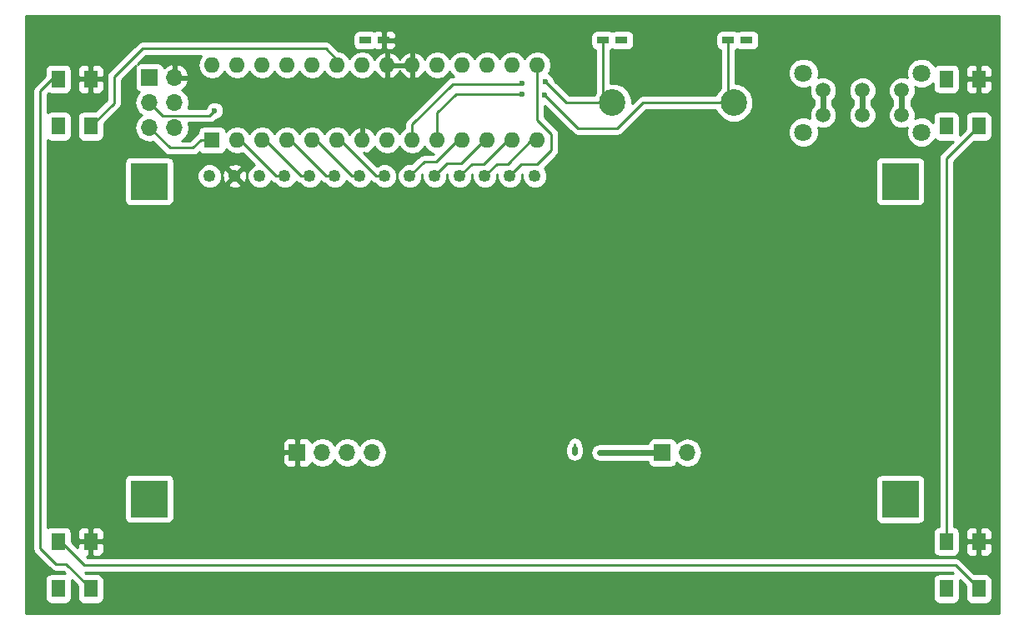
<source format=gbr>
G04 #@! TF.FileFunction,Copper,L1,Top,Signal*
%FSLAX46Y46*%
G04 Gerber Fmt 4.6, Leading zero omitted, Abs format (unit mm)*
G04 Created by KiCad (PCBNEW 4.0.6) date Fri Mar 17 12:33:41 2017*
%MOMM*%
%LPD*%
G01*
G04 APERTURE LIST*
%ADD10C,0.100000*%
%ADD11R,1.700000X1.700000*%
%ADD12O,1.700000X1.700000*%
%ADD13R,1.200000X0.750000*%
%ADD14R,1.400000X1.800000*%
%ADD15C,1.500000*%
%ADD16C,1.800000*%
%ADD17R,1.600000X1.600000*%
%ADD18O,1.600000X1.600000*%
%ADD19C,2.700000*%
%ADD20R,3.750000X3.750000*%
%ADD21C,1.250000*%
%ADD22C,0.600000*%
%ADD23C,0.600000*%
%ADD24C,0.250000*%
%ADD25C,0.254000*%
G04 APERTURE END LIST*
D10*
D11*
X81280000Y-62230000D03*
D12*
X83820000Y-62230000D03*
D13*
X53020000Y-20320000D03*
X51120000Y-20320000D03*
X75250000Y-20320000D03*
X77150000Y-20320000D03*
X87950000Y-20320000D03*
X89850000Y-20320000D03*
D11*
X29210000Y-24130000D03*
D12*
X31750000Y-24130000D03*
X29210000Y-26670000D03*
X31750000Y-26670000D03*
X29210000Y-29210000D03*
X31750000Y-29210000D03*
D14*
X23240000Y-24270000D03*
X19940000Y-24270000D03*
X19940000Y-29070000D03*
X23240000Y-29070000D03*
X23240000Y-71260000D03*
X19940000Y-71260000D03*
X19940000Y-76060000D03*
X23240000Y-76060000D03*
X113410000Y-71260000D03*
X110110000Y-71260000D03*
X110110000Y-76060000D03*
X113410000Y-76060000D03*
X113410000Y-24270000D03*
X110110000Y-24270000D03*
X110110000Y-29070000D03*
X113410000Y-29070000D03*
D11*
X44197000Y-62217000D03*
D12*
X46737000Y-62217000D03*
X49277000Y-62217000D03*
X51817000Y-62217000D03*
D15*
X97600000Y-25420000D03*
X101600000Y-25420000D03*
X105600000Y-25420000D03*
X97600000Y-27920000D03*
X101600000Y-27920000D03*
X105600000Y-27920000D03*
D16*
X95600000Y-23670000D03*
X107600000Y-23670000D03*
X95600000Y-29670000D03*
X107600000Y-29670000D03*
D17*
X35560000Y-30480000D03*
D18*
X68580000Y-22860000D03*
X38100000Y-30480000D03*
X66040000Y-22860000D03*
X40640000Y-30480000D03*
X63500000Y-22860000D03*
X43180000Y-30480000D03*
X60960000Y-22860000D03*
X45720000Y-30480000D03*
X58420000Y-22860000D03*
X48260000Y-30480000D03*
X55880000Y-22860000D03*
X50800000Y-30480000D03*
X53340000Y-22860000D03*
X53340000Y-30480000D03*
X50800000Y-22860000D03*
X55880000Y-30480000D03*
X48260000Y-22860000D03*
X58420000Y-30480000D03*
X45720000Y-22860000D03*
X60960000Y-30480000D03*
X43180000Y-22860000D03*
X63500000Y-30480000D03*
X40640000Y-22860000D03*
X66040000Y-30480000D03*
X38100000Y-22860000D03*
X68580000Y-30480000D03*
X35560000Y-22860000D03*
D19*
X76200000Y-26670000D03*
X88540000Y-26670000D03*
D20*
X29185000Y-34675000D03*
X105435000Y-34675000D03*
X29185000Y-66925000D03*
X105435000Y-66950000D03*
D21*
X35310000Y-34130000D03*
X37850000Y-34130000D03*
X40390000Y-34130000D03*
X42930000Y-34130000D03*
X45470000Y-34130000D03*
X48010000Y-34130000D03*
X50550000Y-34130000D03*
X53090000Y-34130000D03*
X55630000Y-34130000D03*
X58170000Y-34130000D03*
X60710000Y-34130000D03*
X63250000Y-34130000D03*
X65790000Y-34130000D03*
X68330000Y-34130000D03*
D22*
X77210000Y-20270000D03*
X89850000Y-20320000D03*
X51120000Y-20320000D03*
X110110000Y-76070000D03*
X19940000Y-76060000D03*
X110100000Y-29000000D03*
X19940000Y-29070000D03*
X67010000Y-24670000D03*
X69410000Y-24570000D03*
X67010000Y-25770000D03*
X69310000Y-25870000D03*
X35810000Y-27470000D03*
D23*
X72390000Y-62230000D02*
X72390000Y-61790000D01*
D24*
X72390000Y-62230000D02*
X72390000Y-61390000D01*
X72390000Y-62230000D02*
X72550000Y-62230000D01*
D23*
X74930000Y-62230000D02*
X81280000Y-62230000D01*
X101600000Y-27920000D02*
X101600000Y-25420000D01*
D24*
X77210000Y-20270000D02*
X77160000Y-20320000D01*
X77160000Y-20320000D02*
X77150000Y-20320000D01*
X110110000Y-76070000D02*
X110110000Y-76060000D01*
X110100000Y-29000000D02*
X110110000Y-29010000D01*
X110110000Y-29010000D02*
X110110000Y-29070000D01*
X109600000Y-76100000D02*
X109640000Y-76060000D01*
X109640000Y-76060000D02*
X110110000Y-76060000D01*
X76200000Y-26670000D02*
X71510000Y-26670000D01*
X55880000Y-28900000D02*
X55880000Y-30480000D01*
X60010000Y-24770000D02*
X55880000Y-28900000D01*
X66910000Y-24770000D02*
X60010000Y-24770000D01*
X67010000Y-24670000D02*
X66910000Y-24770000D01*
X71510000Y-26670000D02*
X69410000Y-24570000D01*
X75250000Y-20320000D02*
X75250000Y-25720000D01*
X75250000Y-25720000D02*
X76200000Y-26670000D01*
X88540000Y-26670000D02*
X79310000Y-26670000D01*
X58420000Y-27660000D02*
X58420000Y-30480000D01*
X60310000Y-25770000D02*
X58420000Y-27660000D01*
X67010000Y-25770000D02*
X60310000Y-25770000D01*
X72710000Y-29270000D02*
X69310000Y-25870000D01*
X76710000Y-29270000D02*
X72710000Y-29270000D01*
X79310000Y-26670000D02*
X76710000Y-29270000D01*
X87950000Y-20320000D02*
X87950000Y-26080000D01*
X87950000Y-26080000D02*
X88540000Y-26670000D01*
X30510000Y-27970000D02*
X29210000Y-26670000D01*
X35310000Y-27970000D02*
X30510000Y-27970000D01*
X35810000Y-27470000D02*
X35310000Y-27970000D01*
X35560000Y-30480000D02*
X34400000Y-30480000D01*
X31270000Y-31270000D02*
X29210000Y-29210000D01*
X33610000Y-31270000D02*
X31270000Y-31270000D01*
X34400000Y-30480000D02*
X33610000Y-31270000D01*
X19940000Y-24270000D02*
X19310000Y-24270000D01*
X19310000Y-24270000D02*
X18110000Y-25470000D01*
X18110000Y-25470000D02*
X18110000Y-71970000D01*
X18110000Y-71970000D02*
X19710000Y-73570000D01*
X19710000Y-73570000D02*
X20750000Y-73570000D01*
X20750000Y-73570000D02*
X23240000Y-76060000D01*
X48260000Y-22860000D02*
X48260000Y-22320000D01*
X48260000Y-22320000D02*
X47110000Y-21170000D01*
X47110000Y-21170000D02*
X28510000Y-21170000D01*
X28510000Y-21170000D02*
X25610000Y-24070000D01*
X25610000Y-24070000D02*
X25610000Y-26700000D01*
X25610000Y-26700000D02*
X23240000Y-29070000D01*
X19940000Y-71260000D02*
X20200000Y-71260000D01*
X20200000Y-71260000D02*
X22610000Y-73670000D01*
X22610000Y-73670000D02*
X111020000Y-73670000D01*
X111020000Y-73670000D02*
X113410000Y-76060000D01*
X110110000Y-71260000D02*
X110110000Y-32370000D01*
X110110000Y-32370000D02*
X113410000Y-29070000D01*
D23*
X97600000Y-27920000D02*
X97600000Y-25420000D01*
X105600000Y-27920000D02*
X105600000Y-25420000D01*
D24*
X68580000Y-22860000D02*
X68580000Y-28448000D01*
X66976200Y-32943800D02*
X65790000Y-34130000D01*
X68592700Y-32943800D02*
X66976200Y-32943800D01*
X70040500Y-31496000D02*
X68592700Y-32943800D01*
X70040500Y-29908500D02*
X70040500Y-31496000D01*
X68580000Y-28448000D02*
X70040500Y-29908500D01*
X38100000Y-30480000D02*
X38442900Y-30480000D01*
X38442900Y-30480000D02*
X42092900Y-34130000D01*
X42092900Y-34130000D02*
X42930000Y-34130000D01*
X40640000Y-30480000D02*
X40970200Y-30480000D01*
X40970200Y-30480000D02*
X44620200Y-34130000D01*
X44620200Y-34130000D02*
X45470000Y-34130000D01*
X43180000Y-30480000D02*
X43522900Y-30480000D01*
X43522900Y-30480000D02*
X47172900Y-34130000D01*
X47172900Y-34130000D02*
X48010000Y-34130000D01*
X45720000Y-30480000D02*
X46101000Y-30480000D01*
X46101000Y-30480000D02*
X49751000Y-34130000D01*
X49751000Y-34130000D02*
X50550000Y-34130000D01*
X48260000Y-30480000D02*
X48602900Y-30480000D01*
X48602900Y-30480000D02*
X52252900Y-34130000D01*
X52252900Y-34130000D02*
X53090000Y-34130000D01*
X60960000Y-30480000D02*
X60528200Y-30480000D01*
X60528200Y-30480000D02*
X58343800Y-32664400D01*
X58343800Y-32664400D02*
X57095600Y-32664400D01*
X57095600Y-32664400D02*
X55630000Y-34130000D01*
X63500000Y-30480000D02*
X63207900Y-30480000D01*
X63207900Y-30480000D02*
X60833000Y-32854900D01*
X60833000Y-32854900D02*
X59445100Y-32854900D01*
X59445100Y-32854900D02*
X58170000Y-34130000D01*
X66040000Y-30480000D02*
X65582800Y-30480000D01*
X65582800Y-30480000D02*
X63144400Y-32918400D01*
X63144400Y-32918400D02*
X61921600Y-32918400D01*
X61921600Y-32918400D02*
X60710000Y-34130000D01*
X68580000Y-30480000D02*
X68008500Y-30480000D01*
X68008500Y-30480000D02*
X65570100Y-32918400D01*
X65570100Y-32918400D02*
X64461600Y-32918400D01*
X64461600Y-32918400D02*
X63250000Y-34130000D01*
D25*
G36*
X115444000Y-78600000D02*
X16638000Y-78600000D01*
X16638000Y-25470000D01*
X17350000Y-25470000D01*
X17350000Y-71970000D01*
X17407852Y-72260839D01*
X17572599Y-72507401D01*
X19172599Y-74107401D01*
X19419161Y-74272148D01*
X19710000Y-74330000D01*
X20435198Y-74330000D01*
X20617758Y-74512560D01*
X19240000Y-74512560D01*
X19004683Y-74556838D01*
X18788559Y-74695910D01*
X18643569Y-74908110D01*
X18592560Y-75160000D01*
X18592560Y-76960000D01*
X18636838Y-77195317D01*
X18775910Y-77411441D01*
X18988110Y-77556431D01*
X19240000Y-77607440D01*
X20640000Y-77607440D01*
X20875317Y-77563162D01*
X21091441Y-77424090D01*
X21236431Y-77211890D01*
X21287440Y-76960000D01*
X21287440Y-75182242D01*
X21892560Y-75787362D01*
X21892560Y-76960000D01*
X21936838Y-77195317D01*
X22075910Y-77411441D01*
X22288110Y-77556431D01*
X22540000Y-77607440D01*
X23940000Y-77607440D01*
X24175317Y-77563162D01*
X24391441Y-77424090D01*
X24536431Y-77211890D01*
X24587440Y-76960000D01*
X24587440Y-75160000D01*
X24543162Y-74924683D01*
X24404090Y-74708559D01*
X24191890Y-74563569D01*
X23940000Y-74512560D01*
X22767362Y-74512560D01*
X22684802Y-74430000D01*
X110705198Y-74430000D01*
X110787758Y-74512560D01*
X109410000Y-74512560D01*
X109174683Y-74556838D01*
X108958559Y-74695910D01*
X108813569Y-74908110D01*
X108762560Y-75160000D01*
X108762560Y-76960000D01*
X108806838Y-77195317D01*
X108945910Y-77411441D01*
X109158110Y-77556431D01*
X109410000Y-77607440D01*
X110810000Y-77607440D01*
X111045317Y-77563162D01*
X111261441Y-77424090D01*
X111406431Y-77211890D01*
X111457440Y-76960000D01*
X111457440Y-75182242D01*
X112062560Y-75787362D01*
X112062560Y-76960000D01*
X112106838Y-77195317D01*
X112245910Y-77411441D01*
X112458110Y-77556431D01*
X112710000Y-77607440D01*
X114110000Y-77607440D01*
X114345317Y-77563162D01*
X114561441Y-77424090D01*
X114706431Y-77211890D01*
X114757440Y-76960000D01*
X114757440Y-75160000D01*
X114713162Y-74924683D01*
X114574090Y-74708559D01*
X114361890Y-74563569D01*
X114110000Y-74512560D01*
X112937362Y-74512560D01*
X111557401Y-73132599D01*
X111310839Y-72967852D01*
X111020000Y-72910000D01*
X22924802Y-72910000D01*
X22809802Y-72795000D01*
X22954250Y-72795000D01*
X23113000Y-72636250D01*
X23113000Y-71387000D01*
X23367000Y-71387000D01*
X23367000Y-72636250D01*
X23525750Y-72795000D01*
X24066309Y-72795000D01*
X24299698Y-72698327D01*
X24478327Y-72519699D01*
X24575000Y-72286310D01*
X24575000Y-71545750D01*
X24416250Y-71387000D01*
X23367000Y-71387000D01*
X23113000Y-71387000D01*
X22063750Y-71387000D01*
X21905000Y-71545750D01*
X21905000Y-71890198D01*
X21287440Y-71272638D01*
X21287440Y-70360000D01*
X21263674Y-70233690D01*
X21905000Y-70233690D01*
X21905000Y-70974250D01*
X22063750Y-71133000D01*
X23113000Y-71133000D01*
X23113000Y-69883750D01*
X23367000Y-69883750D01*
X23367000Y-71133000D01*
X24416250Y-71133000D01*
X24575000Y-70974250D01*
X24575000Y-70233690D01*
X24478327Y-70000301D01*
X24299698Y-69821673D01*
X24066309Y-69725000D01*
X23525750Y-69725000D01*
X23367000Y-69883750D01*
X23113000Y-69883750D01*
X22954250Y-69725000D01*
X22413691Y-69725000D01*
X22180302Y-69821673D01*
X22001673Y-70000301D01*
X21905000Y-70233690D01*
X21263674Y-70233690D01*
X21243162Y-70124683D01*
X21104090Y-69908559D01*
X20891890Y-69763569D01*
X20640000Y-69712560D01*
X19240000Y-69712560D01*
X19004683Y-69756838D01*
X18870000Y-69843504D01*
X18870000Y-65050000D01*
X26662560Y-65050000D01*
X26662560Y-68800000D01*
X26706838Y-69035317D01*
X26845910Y-69251441D01*
X27058110Y-69396431D01*
X27310000Y-69447440D01*
X31060000Y-69447440D01*
X31295317Y-69403162D01*
X31511441Y-69264090D01*
X31656431Y-69051890D01*
X31707440Y-68800000D01*
X31707440Y-65075000D01*
X102912560Y-65075000D01*
X102912560Y-68825000D01*
X102956838Y-69060317D01*
X103095910Y-69276441D01*
X103308110Y-69421431D01*
X103560000Y-69472440D01*
X107310000Y-69472440D01*
X107545317Y-69428162D01*
X107761441Y-69289090D01*
X107906431Y-69076890D01*
X107957440Y-68825000D01*
X107957440Y-65075000D01*
X107913162Y-64839683D01*
X107774090Y-64623559D01*
X107561890Y-64478569D01*
X107310000Y-64427560D01*
X103560000Y-64427560D01*
X103324683Y-64471838D01*
X103108559Y-64610910D01*
X102963569Y-64823110D01*
X102912560Y-65075000D01*
X31707440Y-65075000D01*
X31707440Y-65050000D01*
X31663162Y-64814683D01*
X31524090Y-64598559D01*
X31311890Y-64453569D01*
X31060000Y-64402560D01*
X27310000Y-64402560D01*
X27074683Y-64446838D01*
X26858559Y-64585910D01*
X26713569Y-64798110D01*
X26662560Y-65050000D01*
X18870000Y-65050000D01*
X18870000Y-62502750D01*
X42712000Y-62502750D01*
X42712000Y-63193309D01*
X42808673Y-63426698D01*
X42987301Y-63605327D01*
X43220690Y-63702000D01*
X43911250Y-63702000D01*
X44070000Y-63543250D01*
X44070000Y-62344000D01*
X42870750Y-62344000D01*
X42712000Y-62502750D01*
X18870000Y-62502750D01*
X18870000Y-61240691D01*
X42712000Y-61240691D01*
X42712000Y-61931250D01*
X42870750Y-62090000D01*
X44070000Y-62090000D01*
X44070000Y-60890750D01*
X44324000Y-60890750D01*
X44324000Y-62090000D01*
X44344000Y-62090000D01*
X44344000Y-62344000D01*
X44324000Y-62344000D01*
X44324000Y-63543250D01*
X44482750Y-63702000D01*
X45173310Y-63702000D01*
X45406699Y-63605327D01*
X45585327Y-63426698D01*
X45657597Y-63252223D01*
X45686946Y-63296147D01*
X46168715Y-63618054D01*
X46737000Y-63731093D01*
X47305285Y-63618054D01*
X47787054Y-63296147D01*
X48007000Y-62966974D01*
X48226946Y-63296147D01*
X48708715Y-63618054D01*
X49277000Y-63731093D01*
X49845285Y-63618054D01*
X50327054Y-63296147D01*
X50547000Y-62966974D01*
X50766946Y-63296147D01*
X51248715Y-63618054D01*
X51817000Y-63731093D01*
X52385285Y-63618054D01*
X52867054Y-63296147D01*
X53188961Y-62814378D01*
X53302000Y-62246093D01*
X53302000Y-62187907D01*
X53222852Y-61790000D01*
X71455000Y-61790000D01*
X71455000Y-62230000D01*
X71526173Y-62587809D01*
X71728855Y-62891145D01*
X72032191Y-63093827D01*
X72390000Y-63165000D01*
X72747809Y-63093827D01*
X73051145Y-62891145D01*
X73253827Y-62587809D01*
X73325000Y-62230000D01*
X73995000Y-62230000D01*
X74066173Y-62587809D01*
X74268855Y-62891145D01*
X74572191Y-63093827D01*
X74930000Y-63165000D01*
X79798554Y-63165000D01*
X79826838Y-63315317D01*
X79965910Y-63531441D01*
X80178110Y-63676431D01*
X80430000Y-63727440D01*
X82130000Y-63727440D01*
X82365317Y-63683162D01*
X82581441Y-63544090D01*
X82726431Y-63331890D01*
X82740086Y-63264459D01*
X82769946Y-63309147D01*
X83251715Y-63631054D01*
X83820000Y-63744093D01*
X84388285Y-63631054D01*
X84870054Y-63309147D01*
X85191961Y-62827378D01*
X85305000Y-62259093D01*
X85305000Y-62200907D01*
X85191961Y-61632622D01*
X84870054Y-61150853D01*
X84388285Y-60828946D01*
X83820000Y-60715907D01*
X83251715Y-60828946D01*
X82769946Y-61150853D01*
X82742150Y-61192452D01*
X82733162Y-61144683D01*
X82594090Y-60928559D01*
X82381890Y-60783569D01*
X82130000Y-60732560D01*
X80430000Y-60732560D01*
X80194683Y-60776838D01*
X79978559Y-60915910D01*
X79833569Y-61128110D01*
X79799773Y-61295000D01*
X74930000Y-61295000D01*
X74572191Y-61366173D01*
X74268855Y-61568855D01*
X74066173Y-61872191D01*
X73995000Y-62230000D01*
X73325000Y-62230000D01*
X73325000Y-61790000D01*
X73253827Y-61432191D01*
X73117939Y-61228819D01*
X73092148Y-61099161D01*
X72927401Y-60852599D01*
X72680839Y-60687852D01*
X72390000Y-60630000D01*
X72099161Y-60687852D01*
X71852599Y-60852599D01*
X71687852Y-61099161D01*
X71662061Y-61228819D01*
X71526173Y-61432191D01*
X71455000Y-61790000D01*
X53222852Y-61790000D01*
X53188961Y-61619622D01*
X52867054Y-61137853D01*
X52385285Y-60815946D01*
X51817000Y-60702907D01*
X51248715Y-60815946D01*
X50766946Y-61137853D01*
X50547000Y-61467026D01*
X50327054Y-61137853D01*
X49845285Y-60815946D01*
X49277000Y-60702907D01*
X48708715Y-60815946D01*
X48226946Y-61137853D01*
X48007000Y-61467026D01*
X47787054Y-61137853D01*
X47305285Y-60815946D01*
X46737000Y-60702907D01*
X46168715Y-60815946D01*
X45686946Y-61137853D01*
X45657597Y-61181777D01*
X45585327Y-61007302D01*
X45406699Y-60828673D01*
X45173310Y-60732000D01*
X44482750Y-60732000D01*
X44324000Y-60890750D01*
X44070000Y-60890750D01*
X43911250Y-60732000D01*
X43220690Y-60732000D01*
X42987301Y-60828673D01*
X42808673Y-61007302D01*
X42712000Y-61240691D01*
X18870000Y-61240691D01*
X18870000Y-32800000D01*
X26662560Y-32800000D01*
X26662560Y-36550000D01*
X26706838Y-36785317D01*
X26845910Y-37001441D01*
X27058110Y-37146431D01*
X27310000Y-37197440D01*
X31060000Y-37197440D01*
X31295317Y-37153162D01*
X31511441Y-37014090D01*
X31656431Y-36801890D01*
X31707440Y-36550000D01*
X31707440Y-34379530D01*
X34049782Y-34379530D01*
X34241201Y-34842800D01*
X34595335Y-35197553D01*
X35058271Y-35389781D01*
X35559530Y-35390218D01*
X36022800Y-35198799D01*
X36211049Y-35010878D01*
X37148727Y-35010878D01*
X37201325Y-35238890D01*
X37675056Y-35402717D01*
X38175420Y-35372785D01*
X38498675Y-35238890D01*
X38551273Y-35010878D01*
X37850000Y-34309605D01*
X37148727Y-35010878D01*
X36211049Y-35010878D01*
X36377553Y-34844665D01*
X36569781Y-34381729D01*
X36570152Y-33955056D01*
X36577283Y-33955056D01*
X36607215Y-34455420D01*
X36741110Y-34778675D01*
X36969122Y-34831273D01*
X37670395Y-34130000D01*
X38029605Y-34130000D01*
X38730878Y-34831273D01*
X38958890Y-34778675D01*
X39122717Y-34304944D01*
X39092785Y-33804580D01*
X38958890Y-33481325D01*
X38730878Y-33428727D01*
X38029605Y-34130000D01*
X37670395Y-34130000D01*
X36969122Y-33428727D01*
X36741110Y-33481325D01*
X36577283Y-33955056D01*
X36570152Y-33955056D01*
X36570218Y-33880470D01*
X36378799Y-33417200D01*
X36211015Y-33249122D01*
X37148727Y-33249122D01*
X37850000Y-33950395D01*
X38551273Y-33249122D01*
X38498675Y-33021110D01*
X38024944Y-32857283D01*
X37524580Y-32887215D01*
X37201325Y-33021110D01*
X37148727Y-33249122D01*
X36211015Y-33249122D01*
X36024665Y-33062447D01*
X35561729Y-32870219D01*
X35060470Y-32869782D01*
X34597200Y-33061201D01*
X34242447Y-33415335D01*
X34050219Y-33878271D01*
X34049782Y-34379530D01*
X31707440Y-34379530D01*
X31707440Y-32800000D01*
X31663162Y-32564683D01*
X31524090Y-32348559D01*
X31311890Y-32203569D01*
X31060000Y-32152560D01*
X27310000Y-32152560D01*
X27074683Y-32196838D01*
X26858559Y-32335910D01*
X26713569Y-32548110D01*
X26662560Y-32800000D01*
X18870000Y-32800000D01*
X18870000Y-30485730D01*
X18988110Y-30566431D01*
X19240000Y-30617440D01*
X20640000Y-30617440D01*
X20875317Y-30573162D01*
X21091441Y-30434090D01*
X21236431Y-30221890D01*
X21287440Y-29970000D01*
X21287440Y-28170000D01*
X21892560Y-28170000D01*
X21892560Y-29970000D01*
X21936838Y-30205317D01*
X22075910Y-30421441D01*
X22288110Y-30566431D01*
X22540000Y-30617440D01*
X23940000Y-30617440D01*
X24175317Y-30573162D01*
X24391441Y-30434090D01*
X24536431Y-30221890D01*
X24587440Y-29970000D01*
X24587440Y-28797362D01*
X26147401Y-27237401D01*
X26312148Y-26990839D01*
X26370000Y-26700000D01*
X26370000Y-24384802D01*
X27843123Y-22911679D01*
X27763569Y-23028110D01*
X27712560Y-23280000D01*
X27712560Y-24980000D01*
X27756838Y-25215317D01*
X27895910Y-25431441D01*
X28108110Y-25576431D01*
X28175541Y-25590086D01*
X28130853Y-25619946D01*
X27808946Y-26101715D01*
X27695907Y-26670000D01*
X27808946Y-27238285D01*
X28130853Y-27720054D01*
X28460026Y-27940000D01*
X28130853Y-28159946D01*
X27808946Y-28641715D01*
X27695907Y-29210000D01*
X27808946Y-29778285D01*
X28130853Y-30260054D01*
X28612622Y-30581961D01*
X29180907Y-30695000D01*
X29239093Y-30695000D01*
X29556969Y-30631771D01*
X30732599Y-31807401D01*
X30979161Y-31972148D01*
X31270000Y-32030000D01*
X33610000Y-32030000D01*
X33900839Y-31972148D01*
X34147401Y-31807401D01*
X34267504Y-31687298D01*
X34295910Y-31731441D01*
X34508110Y-31876431D01*
X34760000Y-31927440D01*
X36360000Y-31927440D01*
X36595317Y-31883162D01*
X36811441Y-31744090D01*
X36956431Y-31531890D01*
X36987815Y-31376911D01*
X37085302Y-31522811D01*
X37550849Y-31833880D01*
X38100000Y-31943113D01*
X38649151Y-31833880D01*
X38692807Y-31804710D01*
X39869742Y-32981644D01*
X39677200Y-33061201D01*
X39322447Y-33415335D01*
X39130219Y-33878271D01*
X39129782Y-34379530D01*
X39321201Y-34842800D01*
X39675335Y-35197553D01*
X40138271Y-35389781D01*
X40639530Y-35390218D01*
X41102800Y-35198799D01*
X41457553Y-34844665D01*
X41538301Y-34650204D01*
X41555499Y-34667402D01*
X41802061Y-34832148D01*
X41862586Y-34844187D01*
X42215335Y-35197553D01*
X42678271Y-35389781D01*
X43179530Y-35390218D01*
X43642800Y-35198799D01*
X43997553Y-34844665D01*
X44074574Y-34659177D01*
X44082799Y-34667402D01*
X44329361Y-34832148D01*
X44405732Y-34847339D01*
X44755335Y-35197553D01*
X45218271Y-35389781D01*
X45719530Y-35390218D01*
X46182800Y-35198799D01*
X46537553Y-34844665D01*
X46618301Y-34650204D01*
X46635499Y-34667402D01*
X46882061Y-34832148D01*
X46942586Y-34844187D01*
X47295335Y-35197553D01*
X47758271Y-35389781D01*
X48259530Y-35390218D01*
X48722800Y-35198799D01*
X49077553Y-34844665D01*
X49169479Y-34623282D01*
X49213599Y-34667402D01*
X49460161Y-34832148D01*
X49478290Y-34835754D01*
X49481201Y-34842800D01*
X49835335Y-35197553D01*
X50298271Y-35389781D01*
X50799530Y-35390218D01*
X51262800Y-35198799D01*
X51617553Y-34844665D01*
X51698301Y-34650204D01*
X51715499Y-34667402D01*
X51960751Y-34831273D01*
X51962061Y-34832148D01*
X52022586Y-34844187D01*
X52375335Y-35197553D01*
X52838271Y-35389781D01*
X53339530Y-35390218D01*
X53802800Y-35198799D01*
X54157553Y-34844665D01*
X54349781Y-34381729D01*
X54350218Y-33880470D01*
X54158799Y-33417200D01*
X53804665Y-33062447D01*
X53341729Y-32870219D01*
X52840470Y-32869782D01*
X52377200Y-33061201D01*
X52318000Y-33120297D01*
X50972756Y-31775054D01*
X51149039Y-31871904D01*
X51537423Y-31711041D01*
X51952389Y-31335134D01*
X52055014Y-31118297D01*
X52325302Y-31522811D01*
X52790849Y-31833880D01*
X53340000Y-31943113D01*
X53889151Y-31833880D01*
X54354698Y-31522811D01*
X54610000Y-31140725D01*
X54865302Y-31522811D01*
X55330849Y-31833880D01*
X55880000Y-31943113D01*
X56429151Y-31833880D01*
X56894698Y-31522811D01*
X57150000Y-31140725D01*
X57405302Y-31522811D01*
X57870849Y-31833880D01*
X58061579Y-31871819D01*
X58028998Y-31904400D01*
X57095600Y-31904400D01*
X56804760Y-31962252D01*
X56558199Y-32126999D01*
X55815037Y-32870161D01*
X55380470Y-32869782D01*
X54917200Y-33061201D01*
X54562447Y-33415335D01*
X54370219Y-33878271D01*
X54369782Y-34379530D01*
X54561201Y-34842800D01*
X54915335Y-35197553D01*
X55378271Y-35389781D01*
X55879530Y-35390218D01*
X56342800Y-35198799D01*
X56697553Y-34844665D01*
X56889781Y-34381729D01*
X56890162Y-33944640D01*
X56910179Y-33924623D01*
X56909782Y-34379530D01*
X57101201Y-34842800D01*
X57455335Y-35197553D01*
X57918271Y-35389781D01*
X58419530Y-35390218D01*
X58882800Y-35198799D01*
X59237553Y-34844665D01*
X59429781Y-34381729D01*
X59430162Y-33944640D01*
X59450179Y-33924623D01*
X59449782Y-34379530D01*
X59641201Y-34842800D01*
X59995335Y-35197553D01*
X60458271Y-35389781D01*
X60959530Y-35390218D01*
X61422800Y-35198799D01*
X61777553Y-34844665D01*
X61969781Y-34381729D01*
X61970162Y-33944640D01*
X61990179Y-33924623D01*
X61989782Y-34379530D01*
X62181201Y-34842800D01*
X62535335Y-35197553D01*
X62998271Y-35389781D01*
X63499530Y-35390218D01*
X63962800Y-35198799D01*
X64317553Y-34844665D01*
X64509781Y-34381729D01*
X64510162Y-33944640D01*
X64530179Y-33924623D01*
X64529782Y-34379530D01*
X64721201Y-34842800D01*
X65075335Y-35197553D01*
X65538271Y-35389781D01*
X66039530Y-35390218D01*
X66502800Y-35198799D01*
X66857553Y-34844665D01*
X67049781Y-34381729D01*
X67050162Y-33944640D01*
X67070179Y-33924623D01*
X67069782Y-34379530D01*
X67261201Y-34842800D01*
X67615335Y-35197553D01*
X68078271Y-35389781D01*
X68579530Y-35390218D01*
X69042800Y-35198799D01*
X69397553Y-34844665D01*
X69589781Y-34381729D01*
X69590218Y-33880470D01*
X69398799Y-33417200D01*
X69296540Y-33314762D01*
X69811302Y-32800000D01*
X102912560Y-32800000D01*
X102912560Y-36550000D01*
X102956838Y-36785317D01*
X103095910Y-37001441D01*
X103308110Y-37146431D01*
X103560000Y-37197440D01*
X107310000Y-37197440D01*
X107545317Y-37153162D01*
X107761441Y-37014090D01*
X107906431Y-36801890D01*
X107957440Y-36550000D01*
X107957440Y-32800000D01*
X107913162Y-32564683D01*
X107774090Y-32348559D01*
X107561890Y-32203569D01*
X107310000Y-32152560D01*
X103560000Y-32152560D01*
X103324683Y-32196838D01*
X103108559Y-32335910D01*
X102963569Y-32548110D01*
X102912560Y-32800000D01*
X69811302Y-32800000D01*
X70577901Y-32033401D01*
X70742648Y-31786840D01*
X70800500Y-31496000D01*
X70800500Y-29908500D01*
X70742648Y-29617661D01*
X70577901Y-29371099D01*
X69340000Y-28133198D01*
X69340000Y-26974802D01*
X72172599Y-29807401D01*
X72419161Y-29972148D01*
X72710000Y-30030000D01*
X76710000Y-30030000D01*
X77000839Y-29972148D01*
X77247401Y-29807401D01*
X79624802Y-27430000D01*
X86706253Y-27430000D01*
X86856218Y-27792943D01*
X87414120Y-28351819D01*
X88143427Y-28654654D01*
X88933109Y-28655343D01*
X89662943Y-28353782D01*
X90221819Y-27795880D01*
X90524654Y-27066573D01*
X90525343Y-26276891D01*
X90223782Y-25547057D01*
X89665880Y-24988181D01*
X88936573Y-24685346D01*
X88710000Y-24685148D01*
X88710000Y-23973991D01*
X94064735Y-23973991D01*
X94297932Y-24538371D01*
X94729357Y-24970551D01*
X95293330Y-25204733D01*
X95903991Y-25205265D01*
X96248643Y-25062858D01*
X96215241Y-25143298D01*
X96214760Y-25694285D01*
X96425169Y-26203515D01*
X96665000Y-26443764D01*
X96665000Y-26896390D01*
X96426539Y-27134436D01*
X96215241Y-27643298D01*
X96214760Y-28194285D01*
X96249131Y-28277469D01*
X95906670Y-28135267D01*
X95296009Y-28134735D01*
X94731629Y-28367932D01*
X94299449Y-28799357D01*
X94065267Y-29363330D01*
X94064735Y-29973991D01*
X94297932Y-30538371D01*
X94729357Y-30970551D01*
X95293330Y-31204733D01*
X95903991Y-31205265D01*
X96468371Y-30972068D01*
X96900551Y-30540643D01*
X97134733Y-29976670D01*
X97135265Y-29366009D01*
X97065773Y-29197825D01*
X97323298Y-29304759D01*
X97874285Y-29305240D01*
X98383515Y-29094831D01*
X98773461Y-28705564D01*
X98984759Y-28196702D01*
X98985240Y-27645715D01*
X98774831Y-27136485D01*
X98535000Y-26896236D01*
X98535000Y-26443610D01*
X98773461Y-26205564D01*
X98984759Y-25696702D01*
X98984761Y-25694285D01*
X100214760Y-25694285D01*
X100425169Y-26203515D01*
X100665000Y-26443764D01*
X100665000Y-26896390D01*
X100426539Y-27134436D01*
X100215241Y-27643298D01*
X100214760Y-28194285D01*
X100425169Y-28703515D01*
X100814436Y-29093461D01*
X101323298Y-29304759D01*
X101874285Y-29305240D01*
X102383515Y-29094831D01*
X102773461Y-28705564D01*
X102984759Y-28196702D01*
X102985240Y-27645715D01*
X102774831Y-27136485D01*
X102535000Y-26896236D01*
X102535000Y-26443610D01*
X102773461Y-26205564D01*
X102984759Y-25696702D01*
X102984761Y-25694285D01*
X104214760Y-25694285D01*
X104425169Y-26203515D01*
X104665000Y-26443764D01*
X104665000Y-26896390D01*
X104426539Y-27134436D01*
X104215241Y-27643298D01*
X104214760Y-28194285D01*
X104425169Y-28703515D01*
X104814436Y-29093461D01*
X105323298Y-29304759D01*
X105874285Y-29305240D01*
X106133937Y-29197954D01*
X106065267Y-29363330D01*
X106064735Y-29973991D01*
X106297932Y-30538371D01*
X106729357Y-30970551D01*
X107293330Y-31204733D01*
X107903991Y-31205265D01*
X108468371Y-30972068D01*
X108900551Y-30540643D01*
X108949133Y-30423643D01*
X109158110Y-30566431D01*
X109410000Y-30617440D01*
X110787758Y-30617440D01*
X109572599Y-31832599D01*
X109407852Y-32079161D01*
X109350000Y-32370000D01*
X109350000Y-69723850D01*
X109174683Y-69756838D01*
X108958559Y-69895910D01*
X108813569Y-70108110D01*
X108762560Y-70360000D01*
X108762560Y-72160000D01*
X108806838Y-72395317D01*
X108945910Y-72611441D01*
X109158110Y-72756431D01*
X109410000Y-72807440D01*
X110810000Y-72807440D01*
X111045317Y-72763162D01*
X111261441Y-72624090D01*
X111406431Y-72411890D01*
X111457440Y-72160000D01*
X111457440Y-71545750D01*
X112075000Y-71545750D01*
X112075000Y-72286310D01*
X112171673Y-72519699D01*
X112350302Y-72698327D01*
X112583691Y-72795000D01*
X113124250Y-72795000D01*
X113283000Y-72636250D01*
X113283000Y-71387000D01*
X113537000Y-71387000D01*
X113537000Y-72636250D01*
X113695750Y-72795000D01*
X114236309Y-72795000D01*
X114469698Y-72698327D01*
X114648327Y-72519699D01*
X114745000Y-72286310D01*
X114745000Y-71545750D01*
X114586250Y-71387000D01*
X113537000Y-71387000D01*
X113283000Y-71387000D01*
X112233750Y-71387000D01*
X112075000Y-71545750D01*
X111457440Y-71545750D01*
X111457440Y-70360000D01*
X111433674Y-70233690D01*
X112075000Y-70233690D01*
X112075000Y-70974250D01*
X112233750Y-71133000D01*
X113283000Y-71133000D01*
X113283000Y-69883750D01*
X113537000Y-69883750D01*
X113537000Y-71133000D01*
X114586250Y-71133000D01*
X114745000Y-70974250D01*
X114745000Y-70233690D01*
X114648327Y-70000301D01*
X114469698Y-69821673D01*
X114236309Y-69725000D01*
X113695750Y-69725000D01*
X113537000Y-69883750D01*
X113283000Y-69883750D01*
X113124250Y-69725000D01*
X112583691Y-69725000D01*
X112350302Y-69821673D01*
X112171673Y-70000301D01*
X112075000Y-70233690D01*
X111433674Y-70233690D01*
X111413162Y-70124683D01*
X111274090Y-69908559D01*
X111061890Y-69763569D01*
X110870000Y-69724710D01*
X110870000Y-32684802D01*
X112937362Y-30617440D01*
X114110000Y-30617440D01*
X114345317Y-30573162D01*
X114561441Y-30434090D01*
X114706431Y-30221890D01*
X114757440Y-29970000D01*
X114757440Y-28170000D01*
X114713162Y-27934683D01*
X114574090Y-27718559D01*
X114361890Y-27573569D01*
X114110000Y-27522560D01*
X112710000Y-27522560D01*
X112474683Y-27566838D01*
X112258559Y-27705910D01*
X112113569Y-27918110D01*
X112062560Y-28170000D01*
X112062560Y-29342638D01*
X111457440Y-29947758D01*
X111457440Y-28170000D01*
X111413162Y-27934683D01*
X111274090Y-27718559D01*
X111061890Y-27573569D01*
X110810000Y-27522560D01*
X109410000Y-27522560D01*
X109174683Y-27566838D01*
X108958559Y-27705910D01*
X108813569Y-27918110D01*
X108762560Y-28170000D01*
X108762560Y-28661877D01*
X108470643Y-28369449D01*
X107906670Y-28135267D01*
X107296009Y-28134735D01*
X106951357Y-28277142D01*
X106984759Y-28196702D01*
X106985240Y-27645715D01*
X106774831Y-27136485D01*
X106535000Y-26896236D01*
X106535000Y-26443610D01*
X106773461Y-26205564D01*
X106984759Y-25696702D01*
X106985240Y-25145715D01*
X106950869Y-25062531D01*
X107293330Y-25204733D01*
X107903991Y-25205265D01*
X108468371Y-24972068D01*
X108762560Y-24678393D01*
X108762560Y-25170000D01*
X108806838Y-25405317D01*
X108945910Y-25621441D01*
X109158110Y-25766431D01*
X109410000Y-25817440D01*
X110810000Y-25817440D01*
X111045317Y-25773162D01*
X111261441Y-25634090D01*
X111406431Y-25421890D01*
X111457440Y-25170000D01*
X111457440Y-24555750D01*
X112075000Y-24555750D01*
X112075000Y-25296310D01*
X112171673Y-25529699D01*
X112350302Y-25708327D01*
X112583691Y-25805000D01*
X113124250Y-25805000D01*
X113283000Y-25646250D01*
X113283000Y-24397000D01*
X113537000Y-24397000D01*
X113537000Y-25646250D01*
X113695750Y-25805000D01*
X114236309Y-25805000D01*
X114469698Y-25708327D01*
X114648327Y-25529699D01*
X114745000Y-25296310D01*
X114745000Y-24555750D01*
X114586250Y-24397000D01*
X113537000Y-24397000D01*
X113283000Y-24397000D01*
X112233750Y-24397000D01*
X112075000Y-24555750D01*
X111457440Y-24555750D01*
X111457440Y-23370000D01*
X111433674Y-23243690D01*
X112075000Y-23243690D01*
X112075000Y-23984250D01*
X112233750Y-24143000D01*
X113283000Y-24143000D01*
X113283000Y-22893750D01*
X113537000Y-22893750D01*
X113537000Y-24143000D01*
X114586250Y-24143000D01*
X114745000Y-23984250D01*
X114745000Y-23243690D01*
X114648327Y-23010301D01*
X114469698Y-22831673D01*
X114236309Y-22735000D01*
X113695750Y-22735000D01*
X113537000Y-22893750D01*
X113283000Y-22893750D01*
X113124250Y-22735000D01*
X112583691Y-22735000D01*
X112350302Y-22831673D01*
X112171673Y-23010301D01*
X112075000Y-23243690D01*
X111433674Y-23243690D01*
X111413162Y-23134683D01*
X111274090Y-22918559D01*
X111061890Y-22773569D01*
X110810000Y-22722560D01*
X109410000Y-22722560D01*
X109174683Y-22766838D01*
X108958559Y-22905910D01*
X108950207Y-22918134D01*
X108902068Y-22801629D01*
X108470643Y-22369449D01*
X107906670Y-22135267D01*
X107296009Y-22134735D01*
X106731629Y-22367932D01*
X106299449Y-22799357D01*
X106065267Y-23363330D01*
X106064735Y-23973991D01*
X106134227Y-24142175D01*
X105876702Y-24035241D01*
X105325715Y-24034760D01*
X104816485Y-24245169D01*
X104426539Y-24634436D01*
X104215241Y-25143298D01*
X104214760Y-25694285D01*
X102984761Y-25694285D01*
X102985240Y-25145715D01*
X102774831Y-24636485D01*
X102385564Y-24246539D01*
X101876702Y-24035241D01*
X101325715Y-24034760D01*
X100816485Y-24245169D01*
X100426539Y-24634436D01*
X100215241Y-25143298D01*
X100214760Y-25694285D01*
X98984761Y-25694285D01*
X98985240Y-25145715D01*
X98774831Y-24636485D01*
X98385564Y-24246539D01*
X97876702Y-24035241D01*
X97325715Y-24034760D01*
X97066063Y-24142046D01*
X97134733Y-23976670D01*
X97135265Y-23366009D01*
X96902068Y-22801629D01*
X96470643Y-22369449D01*
X95906670Y-22135267D01*
X95296009Y-22134735D01*
X94731629Y-22367932D01*
X94299449Y-22799357D01*
X94065267Y-23363330D01*
X94064735Y-23973991D01*
X88710000Y-23973991D01*
X88710000Y-21312334D01*
X88785317Y-21298162D01*
X88899978Y-21224380D01*
X88998110Y-21291431D01*
X89250000Y-21342440D01*
X90450000Y-21342440D01*
X90685317Y-21298162D01*
X90901441Y-21159090D01*
X91046431Y-20946890D01*
X91097440Y-20695000D01*
X91097440Y-19945000D01*
X91053162Y-19709683D01*
X90914090Y-19493559D01*
X90701890Y-19348569D01*
X90450000Y-19297560D01*
X89250000Y-19297560D01*
X89014683Y-19341838D01*
X88900022Y-19415620D01*
X88801890Y-19348569D01*
X88550000Y-19297560D01*
X87350000Y-19297560D01*
X87114683Y-19341838D01*
X86898559Y-19480910D01*
X86753569Y-19693110D01*
X86702560Y-19945000D01*
X86702560Y-20695000D01*
X86746838Y-20930317D01*
X86885910Y-21146441D01*
X87098110Y-21291431D01*
X87190000Y-21310039D01*
X87190000Y-25212879D01*
X86858181Y-25544120D01*
X86706254Y-25910000D01*
X79310000Y-25910000D01*
X79019160Y-25967852D01*
X78772599Y-26132599D01*
X78184956Y-26720242D01*
X78185343Y-26276891D01*
X77883782Y-25547057D01*
X77325880Y-24988181D01*
X76596573Y-24685346D01*
X76010000Y-24684834D01*
X76010000Y-21312334D01*
X76085317Y-21298162D01*
X76199978Y-21224380D01*
X76298110Y-21291431D01*
X76550000Y-21342440D01*
X77750000Y-21342440D01*
X77985317Y-21298162D01*
X78201441Y-21159090D01*
X78346431Y-20946890D01*
X78397440Y-20695000D01*
X78397440Y-19945000D01*
X78353162Y-19709683D01*
X78214090Y-19493559D01*
X78001890Y-19348569D01*
X77750000Y-19297560D01*
X76550000Y-19297560D01*
X76314683Y-19341838D01*
X76200022Y-19415620D01*
X76101890Y-19348569D01*
X75850000Y-19297560D01*
X74650000Y-19297560D01*
X74414683Y-19341838D01*
X74198559Y-19480910D01*
X74053569Y-19693110D01*
X74002560Y-19945000D01*
X74002560Y-20695000D01*
X74046838Y-20930317D01*
X74185910Y-21146441D01*
X74398110Y-21291431D01*
X74490000Y-21310039D01*
X74490000Y-25611987D01*
X74366254Y-25910000D01*
X71824802Y-25910000D01*
X70345122Y-24430320D01*
X70345162Y-24384833D01*
X70203117Y-24041057D01*
X69940327Y-23777808D01*
X69735150Y-23692611D01*
X69905767Y-23437264D01*
X70015000Y-22888113D01*
X70015000Y-22831887D01*
X69905767Y-22282736D01*
X69594698Y-21817189D01*
X69129151Y-21506120D01*
X68580000Y-21396887D01*
X68030849Y-21506120D01*
X67565302Y-21817189D01*
X67310000Y-22199275D01*
X67054698Y-21817189D01*
X66589151Y-21506120D01*
X66040000Y-21396887D01*
X65490849Y-21506120D01*
X65025302Y-21817189D01*
X64770000Y-22199275D01*
X64514698Y-21817189D01*
X64049151Y-21506120D01*
X63500000Y-21396887D01*
X62950849Y-21506120D01*
X62485302Y-21817189D01*
X62230000Y-22199275D01*
X61974698Y-21817189D01*
X61509151Y-21506120D01*
X60960000Y-21396887D01*
X60410849Y-21506120D01*
X59945302Y-21817189D01*
X59690000Y-22199275D01*
X59434698Y-21817189D01*
X58969151Y-21506120D01*
X58420000Y-21396887D01*
X57870849Y-21506120D01*
X57405302Y-21817189D01*
X57135014Y-22221703D01*
X57032389Y-22004866D01*
X56617423Y-21628959D01*
X56229039Y-21468096D01*
X56007000Y-21590085D01*
X56007000Y-22733000D01*
X56027000Y-22733000D01*
X56027000Y-22987000D01*
X56007000Y-22987000D01*
X56007000Y-24129915D01*
X56229039Y-24251904D01*
X56617423Y-24091041D01*
X57032389Y-23715134D01*
X57135014Y-23498297D01*
X57405302Y-23902811D01*
X57870849Y-24213880D01*
X58420000Y-24323113D01*
X58969151Y-24213880D01*
X59434698Y-23902811D01*
X59690000Y-23520725D01*
X59945302Y-23902811D01*
X60105721Y-24010000D01*
X60010000Y-24010000D01*
X59719161Y-24067852D01*
X59472599Y-24232599D01*
X55342599Y-28362599D01*
X55177852Y-28609161D01*
X55120000Y-28900000D01*
X55120000Y-29267005D01*
X54865302Y-29437189D01*
X54610000Y-29819275D01*
X54354698Y-29437189D01*
X53889151Y-29126120D01*
X53340000Y-29016887D01*
X52790849Y-29126120D01*
X52325302Y-29437189D01*
X52055014Y-29841703D01*
X51952389Y-29624866D01*
X51537423Y-29248959D01*
X51149039Y-29088096D01*
X50927000Y-29210085D01*
X50927000Y-30353000D01*
X50947000Y-30353000D01*
X50947000Y-30607000D01*
X50927000Y-30607000D01*
X50927000Y-30627000D01*
X50673000Y-30627000D01*
X50673000Y-30607000D01*
X50653000Y-30607000D01*
X50653000Y-30353000D01*
X50673000Y-30353000D01*
X50673000Y-29210085D01*
X50450961Y-29088096D01*
X50062577Y-29248959D01*
X49647611Y-29624866D01*
X49544986Y-29841703D01*
X49274698Y-29437189D01*
X48809151Y-29126120D01*
X48260000Y-29016887D01*
X47710849Y-29126120D01*
X47245302Y-29437189D01*
X46990000Y-29819275D01*
X46734698Y-29437189D01*
X46269151Y-29126120D01*
X45720000Y-29016887D01*
X45170849Y-29126120D01*
X44705302Y-29437189D01*
X44450000Y-29819275D01*
X44194698Y-29437189D01*
X43729151Y-29126120D01*
X43180000Y-29016887D01*
X42630849Y-29126120D01*
X42165302Y-29437189D01*
X41910000Y-29819275D01*
X41654698Y-29437189D01*
X41189151Y-29126120D01*
X40640000Y-29016887D01*
X40090849Y-29126120D01*
X39625302Y-29437189D01*
X39370000Y-29819275D01*
X39114698Y-29437189D01*
X38649151Y-29126120D01*
X38100000Y-29016887D01*
X37550849Y-29126120D01*
X37085302Y-29437189D01*
X36988899Y-29581465D01*
X36963162Y-29444683D01*
X36824090Y-29228559D01*
X36611890Y-29083569D01*
X36360000Y-29032560D01*
X34760000Y-29032560D01*
X34524683Y-29076838D01*
X34308559Y-29215910D01*
X34163569Y-29428110D01*
X34112560Y-29680000D01*
X34112560Y-29777176D01*
X34109161Y-29777852D01*
X33862599Y-29942599D01*
X33295198Y-30510000D01*
X32455075Y-30510000D01*
X32829147Y-30260054D01*
X33151054Y-29778285D01*
X33264093Y-29210000D01*
X33168615Y-28730000D01*
X35310000Y-28730000D01*
X35600839Y-28672148D01*
X35847401Y-28507401D01*
X35949680Y-28405122D01*
X35995167Y-28405162D01*
X36338943Y-28263117D01*
X36602192Y-28000327D01*
X36744838Y-27656799D01*
X36745162Y-27284833D01*
X36603117Y-26941057D01*
X36340327Y-26677808D01*
X35996799Y-26535162D01*
X35624833Y-26534838D01*
X35281057Y-26676883D01*
X35017808Y-26939673D01*
X34905558Y-27210000D01*
X33156680Y-27210000D01*
X33264093Y-26670000D01*
X33151054Y-26101715D01*
X32829147Y-25619946D01*
X32488447Y-25392298D01*
X32631358Y-25325183D01*
X33021645Y-24896924D01*
X33191476Y-24486890D01*
X33070155Y-24257000D01*
X31877000Y-24257000D01*
X31877000Y-24277000D01*
X31623000Y-24277000D01*
X31623000Y-24257000D01*
X31603000Y-24257000D01*
X31603000Y-24003000D01*
X31623000Y-24003000D01*
X31623000Y-22809181D01*
X31877000Y-22809181D01*
X31877000Y-24003000D01*
X33070155Y-24003000D01*
X33191476Y-23773110D01*
X33021645Y-23363076D01*
X32631358Y-22934817D01*
X32106892Y-22688514D01*
X31877000Y-22809181D01*
X31623000Y-22809181D01*
X31393108Y-22688514D01*
X30868642Y-22934817D01*
X30681192Y-23140504D01*
X30663162Y-23044683D01*
X30524090Y-22828559D01*
X30311890Y-22683569D01*
X30060000Y-22632560D01*
X28360000Y-22632560D01*
X28124683Y-22676838D01*
X27993640Y-22761162D01*
X28824802Y-21930000D01*
X34469924Y-21930000D01*
X34234233Y-22282736D01*
X34125000Y-22831887D01*
X34125000Y-22888113D01*
X34234233Y-23437264D01*
X34545302Y-23902811D01*
X35010849Y-24213880D01*
X35560000Y-24323113D01*
X36109151Y-24213880D01*
X36574698Y-23902811D01*
X36830000Y-23520725D01*
X37085302Y-23902811D01*
X37550849Y-24213880D01*
X38100000Y-24323113D01*
X38649151Y-24213880D01*
X39114698Y-23902811D01*
X39370000Y-23520725D01*
X39625302Y-23902811D01*
X40090849Y-24213880D01*
X40640000Y-24323113D01*
X41189151Y-24213880D01*
X41654698Y-23902811D01*
X41910000Y-23520725D01*
X42165302Y-23902811D01*
X42630849Y-24213880D01*
X43180000Y-24323113D01*
X43729151Y-24213880D01*
X44194698Y-23902811D01*
X44450000Y-23520725D01*
X44705302Y-23902811D01*
X45170849Y-24213880D01*
X45720000Y-24323113D01*
X46269151Y-24213880D01*
X46734698Y-23902811D01*
X46990000Y-23520725D01*
X47245302Y-23902811D01*
X47710849Y-24213880D01*
X48260000Y-24323113D01*
X48809151Y-24213880D01*
X49274698Y-23902811D01*
X49530000Y-23520725D01*
X49785302Y-23902811D01*
X50250849Y-24213880D01*
X50800000Y-24323113D01*
X51349151Y-24213880D01*
X51814698Y-23902811D01*
X52084986Y-23498297D01*
X52187611Y-23715134D01*
X52602577Y-24091041D01*
X52990961Y-24251904D01*
X53213000Y-24129915D01*
X53213000Y-22987000D01*
X53467000Y-22987000D01*
X53467000Y-24129915D01*
X53689039Y-24251904D01*
X54077423Y-24091041D01*
X54492389Y-23715134D01*
X54610000Y-23466633D01*
X54727611Y-23715134D01*
X55142577Y-24091041D01*
X55530961Y-24251904D01*
X55753000Y-24129915D01*
X55753000Y-22987000D01*
X53467000Y-22987000D01*
X53213000Y-22987000D01*
X53193000Y-22987000D01*
X53193000Y-22733000D01*
X53213000Y-22733000D01*
X53213000Y-21590085D01*
X53467000Y-21590085D01*
X53467000Y-22733000D01*
X55753000Y-22733000D01*
X55753000Y-21590085D01*
X55530961Y-21468096D01*
X55142577Y-21628959D01*
X54727611Y-22004866D01*
X54610000Y-22253367D01*
X54492389Y-22004866D01*
X54077423Y-21628959D01*
X53689039Y-21468096D01*
X53467000Y-21590085D01*
X53213000Y-21590085D01*
X52990961Y-21468096D01*
X52602577Y-21628959D01*
X52187611Y-22004866D01*
X52084986Y-22221703D01*
X51814698Y-21817189D01*
X51349151Y-21506120D01*
X50800000Y-21396887D01*
X50250849Y-21506120D01*
X49785302Y-21817189D01*
X49530000Y-22199275D01*
X49274698Y-21817189D01*
X48809151Y-21506120D01*
X48449354Y-21434552D01*
X47647401Y-20632599D01*
X47400839Y-20467852D01*
X47110000Y-20410000D01*
X28510000Y-20410000D01*
X28219160Y-20467852D01*
X27972599Y-20632599D01*
X25072599Y-23532599D01*
X24907852Y-23779161D01*
X24850000Y-24070000D01*
X24850000Y-26385198D01*
X23712638Y-27522560D01*
X22540000Y-27522560D01*
X22304683Y-27566838D01*
X22088559Y-27705910D01*
X21943569Y-27918110D01*
X21892560Y-28170000D01*
X21287440Y-28170000D01*
X21243162Y-27934683D01*
X21104090Y-27718559D01*
X20891890Y-27573569D01*
X20640000Y-27522560D01*
X19240000Y-27522560D01*
X19004683Y-27566838D01*
X18870000Y-27653504D01*
X18870000Y-25784802D01*
X18928857Y-25725945D01*
X18988110Y-25766431D01*
X19240000Y-25817440D01*
X20640000Y-25817440D01*
X20875317Y-25773162D01*
X21091441Y-25634090D01*
X21236431Y-25421890D01*
X21287440Y-25170000D01*
X21287440Y-24555750D01*
X21905000Y-24555750D01*
X21905000Y-25296310D01*
X22001673Y-25529699D01*
X22180302Y-25708327D01*
X22413691Y-25805000D01*
X22954250Y-25805000D01*
X23113000Y-25646250D01*
X23113000Y-24397000D01*
X23367000Y-24397000D01*
X23367000Y-25646250D01*
X23525750Y-25805000D01*
X24066309Y-25805000D01*
X24299698Y-25708327D01*
X24478327Y-25529699D01*
X24575000Y-25296310D01*
X24575000Y-24555750D01*
X24416250Y-24397000D01*
X23367000Y-24397000D01*
X23113000Y-24397000D01*
X22063750Y-24397000D01*
X21905000Y-24555750D01*
X21287440Y-24555750D01*
X21287440Y-23370000D01*
X21263674Y-23243690D01*
X21905000Y-23243690D01*
X21905000Y-23984250D01*
X22063750Y-24143000D01*
X23113000Y-24143000D01*
X23113000Y-22893750D01*
X23367000Y-22893750D01*
X23367000Y-24143000D01*
X24416250Y-24143000D01*
X24575000Y-23984250D01*
X24575000Y-23243690D01*
X24478327Y-23010301D01*
X24299698Y-22831673D01*
X24066309Y-22735000D01*
X23525750Y-22735000D01*
X23367000Y-22893750D01*
X23113000Y-22893750D01*
X22954250Y-22735000D01*
X22413691Y-22735000D01*
X22180302Y-22831673D01*
X22001673Y-23010301D01*
X21905000Y-23243690D01*
X21263674Y-23243690D01*
X21243162Y-23134683D01*
X21104090Y-22918559D01*
X20891890Y-22773569D01*
X20640000Y-22722560D01*
X19240000Y-22722560D01*
X19004683Y-22766838D01*
X18788559Y-22905910D01*
X18643569Y-23118110D01*
X18592560Y-23370000D01*
X18592560Y-23912638D01*
X17572599Y-24932599D01*
X17407852Y-25179161D01*
X17350000Y-25470000D01*
X16638000Y-25470000D01*
X16638000Y-19945000D01*
X49872560Y-19945000D01*
X49872560Y-20695000D01*
X49916838Y-20930317D01*
X50055910Y-21146441D01*
X50268110Y-21291431D01*
X50520000Y-21342440D01*
X51720000Y-21342440D01*
X51955317Y-21298162D01*
X52058646Y-21231671D01*
X52060302Y-21233327D01*
X52293691Y-21330000D01*
X52734250Y-21330000D01*
X52893000Y-21171250D01*
X52893000Y-20447000D01*
X53147000Y-20447000D01*
X53147000Y-21171250D01*
X53305750Y-21330000D01*
X53746309Y-21330000D01*
X53979698Y-21233327D01*
X54158327Y-21054699D01*
X54255000Y-20821310D01*
X54255000Y-20605750D01*
X54096250Y-20447000D01*
X53147000Y-20447000D01*
X52893000Y-20447000D01*
X52873000Y-20447000D01*
X52873000Y-20193000D01*
X52893000Y-20193000D01*
X52893000Y-19468750D01*
X53147000Y-19468750D01*
X53147000Y-20193000D01*
X54096250Y-20193000D01*
X54255000Y-20034250D01*
X54255000Y-19818690D01*
X54158327Y-19585301D01*
X53979698Y-19406673D01*
X53746309Y-19310000D01*
X53305750Y-19310000D01*
X53147000Y-19468750D01*
X52893000Y-19468750D01*
X52734250Y-19310000D01*
X52293691Y-19310000D01*
X52060302Y-19406673D01*
X52058932Y-19408043D01*
X51971890Y-19348569D01*
X51720000Y-19297560D01*
X50520000Y-19297560D01*
X50284683Y-19341838D01*
X50068559Y-19480910D01*
X49923569Y-19693110D01*
X49872560Y-19945000D01*
X16638000Y-19945000D01*
X16638000Y-17894000D01*
X115444000Y-17894000D01*
X115444000Y-78600000D01*
X115444000Y-78600000D01*
G37*
X115444000Y-78600000D02*
X16638000Y-78600000D01*
X16638000Y-25470000D01*
X17350000Y-25470000D01*
X17350000Y-71970000D01*
X17407852Y-72260839D01*
X17572599Y-72507401D01*
X19172599Y-74107401D01*
X19419161Y-74272148D01*
X19710000Y-74330000D01*
X20435198Y-74330000D01*
X20617758Y-74512560D01*
X19240000Y-74512560D01*
X19004683Y-74556838D01*
X18788559Y-74695910D01*
X18643569Y-74908110D01*
X18592560Y-75160000D01*
X18592560Y-76960000D01*
X18636838Y-77195317D01*
X18775910Y-77411441D01*
X18988110Y-77556431D01*
X19240000Y-77607440D01*
X20640000Y-77607440D01*
X20875317Y-77563162D01*
X21091441Y-77424090D01*
X21236431Y-77211890D01*
X21287440Y-76960000D01*
X21287440Y-75182242D01*
X21892560Y-75787362D01*
X21892560Y-76960000D01*
X21936838Y-77195317D01*
X22075910Y-77411441D01*
X22288110Y-77556431D01*
X22540000Y-77607440D01*
X23940000Y-77607440D01*
X24175317Y-77563162D01*
X24391441Y-77424090D01*
X24536431Y-77211890D01*
X24587440Y-76960000D01*
X24587440Y-75160000D01*
X24543162Y-74924683D01*
X24404090Y-74708559D01*
X24191890Y-74563569D01*
X23940000Y-74512560D01*
X22767362Y-74512560D01*
X22684802Y-74430000D01*
X110705198Y-74430000D01*
X110787758Y-74512560D01*
X109410000Y-74512560D01*
X109174683Y-74556838D01*
X108958559Y-74695910D01*
X108813569Y-74908110D01*
X108762560Y-75160000D01*
X108762560Y-76960000D01*
X108806838Y-77195317D01*
X108945910Y-77411441D01*
X109158110Y-77556431D01*
X109410000Y-77607440D01*
X110810000Y-77607440D01*
X111045317Y-77563162D01*
X111261441Y-77424090D01*
X111406431Y-77211890D01*
X111457440Y-76960000D01*
X111457440Y-75182242D01*
X112062560Y-75787362D01*
X112062560Y-76960000D01*
X112106838Y-77195317D01*
X112245910Y-77411441D01*
X112458110Y-77556431D01*
X112710000Y-77607440D01*
X114110000Y-77607440D01*
X114345317Y-77563162D01*
X114561441Y-77424090D01*
X114706431Y-77211890D01*
X114757440Y-76960000D01*
X114757440Y-75160000D01*
X114713162Y-74924683D01*
X114574090Y-74708559D01*
X114361890Y-74563569D01*
X114110000Y-74512560D01*
X112937362Y-74512560D01*
X111557401Y-73132599D01*
X111310839Y-72967852D01*
X111020000Y-72910000D01*
X22924802Y-72910000D01*
X22809802Y-72795000D01*
X22954250Y-72795000D01*
X23113000Y-72636250D01*
X23113000Y-71387000D01*
X23367000Y-71387000D01*
X23367000Y-72636250D01*
X23525750Y-72795000D01*
X24066309Y-72795000D01*
X24299698Y-72698327D01*
X24478327Y-72519699D01*
X24575000Y-72286310D01*
X24575000Y-71545750D01*
X24416250Y-71387000D01*
X23367000Y-71387000D01*
X23113000Y-71387000D01*
X22063750Y-71387000D01*
X21905000Y-71545750D01*
X21905000Y-71890198D01*
X21287440Y-71272638D01*
X21287440Y-70360000D01*
X21263674Y-70233690D01*
X21905000Y-70233690D01*
X21905000Y-70974250D01*
X22063750Y-71133000D01*
X23113000Y-71133000D01*
X23113000Y-69883750D01*
X23367000Y-69883750D01*
X23367000Y-71133000D01*
X24416250Y-71133000D01*
X24575000Y-70974250D01*
X24575000Y-70233690D01*
X24478327Y-70000301D01*
X24299698Y-69821673D01*
X24066309Y-69725000D01*
X23525750Y-69725000D01*
X23367000Y-69883750D01*
X23113000Y-69883750D01*
X22954250Y-69725000D01*
X22413691Y-69725000D01*
X22180302Y-69821673D01*
X22001673Y-70000301D01*
X21905000Y-70233690D01*
X21263674Y-70233690D01*
X21243162Y-70124683D01*
X21104090Y-69908559D01*
X20891890Y-69763569D01*
X20640000Y-69712560D01*
X19240000Y-69712560D01*
X19004683Y-69756838D01*
X18870000Y-69843504D01*
X18870000Y-65050000D01*
X26662560Y-65050000D01*
X26662560Y-68800000D01*
X26706838Y-69035317D01*
X26845910Y-69251441D01*
X27058110Y-69396431D01*
X27310000Y-69447440D01*
X31060000Y-69447440D01*
X31295317Y-69403162D01*
X31511441Y-69264090D01*
X31656431Y-69051890D01*
X31707440Y-68800000D01*
X31707440Y-65075000D01*
X102912560Y-65075000D01*
X102912560Y-68825000D01*
X102956838Y-69060317D01*
X103095910Y-69276441D01*
X103308110Y-69421431D01*
X103560000Y-69472440D01*
X107310000Y-69472440D01*
X107545317Y-69428162D01*
X107761441Y-69289090D01*
X107906431Y-69076890D01*
X107957440Y-68825000D01*
X107957440Y-65075000D01*
X107913162Y-64839683D01*
X107774090Y-64623559D01*
X107561890Y-64478569D01*
X107310000Y-64427560D01*
X103560000Y-64427560D01*
X103324683Y-64471838D01*
X103108559Y-64610910D01*
X102963569Y-64823110D01*
X102912560Y-65075000D01*
X31707440Y-65075000D01*
X31707440Y-65050000D01*
X31663162Y-64814683D01*
X31524090Y-64598559D01*
X31311890Y-64453569D01*
X31060000Y-64402560D01*
X27310000Y-64402560D01*
X27074683Y-64446838D01*
X26858559Y-64585910D01*
X26713569Y-64798110D01*
X26662560Y-65050000D01*
X18870000Y-65050000D01*
X18870000Y-62502750D01*
X42712000Y-62502750D01*
X42712000Y-63193309D01*
X42808673Y-63426698D01*
X42987301Y-63605327D01*
X43220690Y-63702000D01*
X43911250Y-63702000D01*
X44070000Y-63543250D01*
X44070000Y-62344000D01*
X42870750Y-62344000D01*
X42712000Y-62502750D01*
X18870000Y-62502750D01*
X18870000Y-61240691D01*
X42712000Y-61240691D01*
X42712000Y-61931250D01*
X42870750Y-62090000D01*
X44070000Y-62090000D01*
X44070000Y-60890750D01*
X44324000Y-60890750D01*
X44324000Y-62090000D01*
X44344000Y-62090000D01*
X44344000Y-62344000D01*
X44324000Y-62344000D01*
X44324000Y-63543250D01*
X44482750Y-63702000D01*
X45173310Y-63702000D01*
X45406699Y-63605327D01*
X45585327Y-63426698D01*
X45657597Y-63252223D01*
X45686946Y-63296147D01*
X46168715Y-63618054D01*
X46737000Y-63731093D01*
X47305285Y-63618054D01*
X47787054Y-63296147D01*
X48007000Y-62966974D01*
X48226946Y-63296147D01*
X48708715Y-63618054D01*
X49277000Y-63731093D01*
X49845285Y-63618054D01*
X50327054Y-63296147D01*
X50547000Y-62966974D01*
X50766946Y-63296147D01*
X51248715Y-63618054D01*
X51817000Y-63731093D01*
X52385285Y-63618054D01*
X52867054Y-63296147D01*
X53188961Y-62814378D01*
X53302000Y-62246093D01*
X53302000Y-62187907D01*
X53222852Y-61790000D01*
X71455000Y-61790000D01*
X71455000Y-62230000D01*
X71526173Y-62587809D01*
X71728855Y-62891145D01*
X72032191Y-63093827D01*
X72390000Y-63165000D01*
X72747809Y-63093827D01*
X73051145Y-62891145D01*
X73253827Y-62587809D01*
X73325000Y-62230000D01*
X73995000Y-62230000D01*
X74066173Y-62587809D01*
X74268855Y-62891145D01*
X74572191Y-63093827D01*
X74930000Y-63165000D01*
X79798554Y-63165000D01*
X79826838Y-63315317D01*
X79965910Y-63531441D01*
X80178110Y-63676431D01*
X80430000Y-63727440D01*
X82130000Y-63727440D01*
X82365317Y-63683162D01*
X82581441Y-63544090D01*
X82726431Y-63331890D01*
X82740086Y-63264459D01*
X82769946Y-63309147D01*
X83251715Y-63631054D01*
X83820000Y-63744093D01*
X84388285Y-63631054D01*
X84870054Y-63309147D01*
X85191961Y-62827378D01*
X85305000Y-62259093D01*
X85305000Y-62200907D01*
X85191961Y-61632622D01*
X84870054Y-61150853D01*
X84388285Y-60828946D01*
X83820000Y-60715907D01*
X83251715Y-60828946D01*
X82769946Y-61150853D01*
X82742150Y-61192452D01*
X82733162Y-61144683D01*
X82594090Y-60928559D01*
X82381890Y-60783569D01*
X82130000Y-60732560D01*
X80430000Y-60732560D01*
X80194683Y-60776838D01*
X79978559Y-60915910D01*
X79833569Y-61128110D01*
X79799773Y-61295000D01*
X74930000Y-61295000D01*
X74572191Y-61366173D01*
X74268855Y-61568855D01*
X74066173Y-61872191D01*
X73995000Y-62230000D01*
X73325000Y-62230000D01*
X73325000Y-61790000D01*
X73253827Y-61432191D01*
X73117939Y-61228819D01*
X73092148Y-61099161D01*
X72927401Y-60852599D01*
X72680839Y-60687852D01*
X72390000Y-60630000D01*
X72099161Y-60687852D01*
X71852599Y-60852599D01*
X71687852Y-61099161D01*
X71662061Y-61228819D01*
X71526173Y-61432191D01*
X71455000Y-61790000D01*
X53222852Y-61790000D01*
X53188961Y-61619622D01*
X52867054Y-61137853D01*
X52385285Y-60815946D01*
X51817000Y-60702907D01*
X51248715Y-60815946D01*
X50766946Y-61137853D01*
X50547000Y-61467026D01*
X50327054Y-61137853D01*
X49845285Y-60815946D01*
X49277000Y-60702907D01*
X48708715Y-60815946D01*
X48226946Y-61137853D01*
X48007000Y-61467026D01*
X47787054Y-61137853D01*
X47305285Y-60815946D01*
X46737000Y-60702907D01*
X46168715Y-60815946D01*
X45686946Y-61137853D01*
X45657597Y-61181777D01*
X45585327Y-61007302D01*
X45406699Y-60828673D01*
X45173310Y-60732000D01*
X44482750Y-60732000D01*
X44324000Y-60890750D01*
X44070000Y-60890750D01*
X43911250Y-60732000D01*
X43220690Y-60732000D01*
X42987301Y-60828673D01*
X42808673Y-61007302D01*
X42712000Y-61240691D01*
X18870000Y-61240691D01*
X18870000Y-32800000D01*
X26662560Y-32800000D01*
X26662560Y-36550000D01*
X26706838Y-36785317D01*
X26845910Y-37001441D01*
X27058110Y-37146431D01*
X27310000Y-37197440D01*
X31060000Y-37197440D01*
X31295317Y-37153162D01*
X31511441Y-37014090D01*
X31656431Y-36801890D01*
X31707440Y-36550000D01*
X31707440Y-34379530D01*
X34049782Y-34379530D01*
X34241201Y-34842800D01*
X34595335Y-35197553D01*
X35058271Y-35389781D01*
X35559530Y-35390218D01*
X36022800Y-35198799D01*
X36211049Y-35010878D01*
X37148727Y-35010878D01*
X37201325Y-35238890D01*
X37675056Y-35402717D01*
X38175420Y-35372785D01*
X38498675Y-35238890D01*
X38551273Y-35010878D01*
X37850000Y-34309605D01*
X37148727Y-35010878D01*
X36211049Y-35010878D01*
X36377553Y-34844665D01*
X36569781Y-34381729D01*
X36570152Y-33955056D01*
X36577283Y-33955056D01*
X36607215Y-34455420D01*
X36741110Y-34778675D01*
X36969122Y-34831273D01*
X37670395Y-34130000D01*
X38029605Y-34130000D01*
X38730878Y-34831273D01*
X38958890Y-34778675D01*
X39122717Y-34304944D01*
X39092785Y-33804580D01*
X38958890Y-33481325D01*
X38730878Y-33428727D01*
X38029605Y-34130000D01*
X37670395Y-34130000D01*
X36969122Y-33428727D01*
X36741110Y-33481325D01*
X36577283Y-33955056D01*
X36570152Y-33955056D01*
X36570218Y-33880470D01*
X36378799Y-33417200D01*
X36211015Y-33249122D01*
X37148727Y-33249122D01*
X37850000Y-33950395D01*
X38551273Y-33249122D01*
X38498675Y-33021110D01*
X38024944Y-32857283D01*
X37524580Y-32887215D01*
X37201325Y-33021110D01*
X37148727Y-33249122D01*
X36211015Y-33249122D01*
X36024665Y-33062447D01*
X35561729Y-32870219D01*
X35060470Y-32869782D01*
X34597200Y-33061201D01*
X34242447Y-33415335D01*
X34050219Y-33878271D01*
X34049782Y-34379530D01*
X31707440Y-34379530D01*
X31707440Y-32800000D01*
X31663162Y-32564683D01*
X31524090Y-32348559D01*
X31311890Y-32203569D01*
X31060000Y-32152560D01*
X27310000Y-32152560D01*
X27074683Y-32196838D01*
X26858559Y-32335910D01*
X26713569Y-32548110D01*
X26662560Y-32800000D01*
X18870000Y-32800000D01*
X18870000Y-30485730D01*
X18988110Y-30566431D01*
X19240000Y-30617440D01*
X20640000Y-30617440D01*
X20875317Y-30573162D01*
X21091441Y-30434090D01*
X21236431Y-30221890D01*
X21287440Y-29970000D01*
X21287440Y-28170000D01*
X21892560Y-28170000D01*
X21892560Y-29970000D01*
X21936838Y-30205317D01*
X22075910Y-30421441D01*
X22288110Y-30566431D01*
X22540000Y-30617440D01*
X23940000Y-30617440D01*
X24175317Y-30573162D01*
X24391441Y-30434090D01*
X24536431Y-30221890D01*
X24587440Y-29970000D01*
X24587440Y-28797362D01*
X26147401Y-27237401D01*
X26312148Y-26990839D01*
X26370000Y-26700000D01*
X26370000Y-24384802D01*
X27843123Y-22911679D01*
X27763569Y-23028110D01*
X27712560Y-23280000D01*
X27712560Y-24980000D01*
X27756838Y-25215317D01*
X27895910Y-25431441D01*
X28108110Y-25576431D01*
X28175541Y-25590086D01*
X28130853Y-25619946D01*
X27808946Y-26101715D01*
X27695907Y-26670000D01*
X27808946Y-27238285D01*
X28130853Y-27720054D01*
X28460026Y-27940000D01*
X28130853Y-28159946D01*
X27808946Y-28641715D01*
X27695907Y-29210000D01*
X27808946Y-29778285D01*
X28130853Y-30260054D01*
X28612622Y-30581961D01*
X29180907Y-30695000D01*
X29239093Y-30695000D01*
X29556969Y-30631771D01*
X30732599Y-31807401D01*
X30979161Y-31972148D01*
X31270000Y-32030000D01*
X33610000Y-32030000D01*
X33900839Y-31972148D01*
X34147401Y-31807401D01*
X34267504Y-31687298D01*
X34295910Y-31731441D01*
X34508110Y-31876431D01*
X34760000Y-31927440D01*
X36360000Y-31927440D01*
X36595317Y-31883162D01*
X36811441Y-31744090D01*
X36956431Y-31531890D01*
X36987815Y-31376911D01*
X37085302Y-31522811D01*
X37550849Y-31833880D01*
X38100000Y-31943113D01*
X38649151Y-31833880D01*
X38692807Y-31804710D01*
X39869742Y-32981644D01*
X39677200Y-33061201D01*
X39322447Y-33415335D01*
X39130219Y-33878271D01*
X39129782Y-34379530D01*
X39321201Y-34842800D01*
X39675335Y-35197553D01*
X40138271Y-35389781D01*
X40639530Y-35390218D01*
X41102800Y-35198799D01*
X41457553Y-34844665D01*
X41538301Y-34650204D01*
X41555499Y-34667402D01*
X41802061Y-34832148D01*
X41862586Y-34844187D01*
X42215335Y-35197553D01*
X42678271Y-35389781D01*
X43179530Y-35390218D01*
X43642800Y-35198799D01*
X43997553Y-34844665D01*
X44074574Y-34659177D01*
X44082799Y-34667402D01*
X44329361Y-34832148D01*
X44405732Y-34847339D01*
X44755335Y-35197553D01*
X45218271Y-35389781D01*
X45719530Y-35390218D01*
X46182800Y-35198799D01*
X46537553Y-34844665D01*
X46618301Y-34650204D01*
X46635499Y-34667402D01*
X46882061Y-34832148D01*
X46942586Y-34844187D01*
X47295335Y-35197553D01*
X47758271Y-35389781D01*
X48259530Y-35390218D01*
X48722800Y-35198799D01*
X49077553Y-34844665D01*
X49169479Y-34623282D01*
X49213599Y-34667402D01*
X49460161Y-34832148D01*
X49478290Y-34835754D01*
X49481201Y-34842800D01*
X49835335Y-35197553D01*
X50298271Y-35389781D01*
X50799530Y-35390218D01*
X51262800Y-35198799D01*
X51617553Y-34844665D01*
X51698301Y-34650204D01*
X51715499Y-34667402D01*
X51960751Y-34831273D01*
X51962061Y-34832148D01*
X52022586Y-34844187D01*
X52375335Y-35197553D01*
X52838271Y-35389781D01*
X53339530Y-35390218D01*
X53802800Y-35198799D01*
X54157553Y-34844665D01*
X54349781Y-34381729D01*
X54350218Y-33880470D01*
X54158799Y-33417200D01*
X53804665Y-33062447D01*
X53341729Y-32870219D01*
X52840470Y-32869782D01*
X52377200Y-33061201D01*
X52318000Y-33120297D01*
X50972756Y-31775054D01*
X51149039Y-31871904D01*
X51537423Y-31711041D01*
X51952389Y-31335134D01*
X52055014Y-31118297D01*
X52325302Y-31522811D01*
X52790849Y-31833880D01*
X53340000Y-31943113D01*
X53889151Y-31833880D01*
X54354698Y-31522811D01*
X54610000Y-31140725D01*
X54865302Y-31522811D01*
X55330849Y-31833880D01*
X55880000Y-31943113D01*
X56429151Y-31833880D01*
X56894698Y-31522811D01*
X57150000Y-31140725D01*
X57405302Y-31522811D01*
X57870849Y-31833880D01*
X58061579Y-31871819D01*
X58028998Y-31904400D01*
X57095600Y-31904400D01*
X56804760Y-31962252D01*
X56558199Y-32126999D01*
X55815037Y-32870161D01*
X55380470Y-32869782D01*
X54917200Y-33061201D01*
X54562447Y-33415335D01*
X54370219Y-33878271D01*
X54369782Y-34379530D01*
X54561201Y-34842800D01*
X54915335Y-35197553D01*
X55378271Y-35389781D01*
X55879530Y-35390218D01*
X56342800Y-35198799D01*
X56697553Y-34844665D01*
X56889781Y-34381729D01*
X56890162Y-33944640D01*
X56910179Y-33924623D01*
X56909782Y-34379530D01*
X57101201Y-34842800D01*
X57455335Y-35197553D01*
X57918271Y-35389781D01*
X58419530Y-35390218D01*
X58882800Y-35198799D01*
X59237553Y-34844665D01*
X59429781Y-34381729D01*
X59430162Y-33944640D01*
X59450179Y-33924623D01*
X59449782Y-34379530D01*
X59641201Y-34842800D01*
X59995335Y-35197553D01*
X60458271Y-35389781D01*
X60959530Y-35390218D01*
X61422800Y-35198799D01*
X61777553Y-34844665D01*
X61969781Y-34381729D01*
X61970162Y-33944640D01*
X61990179Y-33924623D01*
X61989782Y-34379530D01*
X62181201Y-34842800D01*
X62535335Y-35197553D01*
X62998271Y-35389781D01*
X63499530Y-35390218D01*
X63962800Y-35198799D01*
X64317553Y-34844665D01*
X64509781Y-34381729D01*
X64510162Y-33944640D01*
X64530179Y-33924623D01*
X64529782Y-34379530D01*
X64721201Y-34842800D01*
X65075335Y-35197553D01*
X65538271Y-35389781D01*
X66039530Y-35390218D01*
X66502800Y-35198799D01*
X66857553Y-34844665D01*
X67049781Y-34381729D01*
X67050162Y-33944640D01*
X67070179Y-33924623D01*
X67069782Y-34379530D01*
X67261201Y-34842800D01*
X67615335Y-35197553D01*
X68078271Y-35389781D01*
X68579530Y-35390218D01*
X69042800Y-35198799D01*
X69397553Y-34844665D01*
X69589781Y-34381729D01*
X69590218Y-33880470D01*
X69398799Y-33417200D01*
X69296540Y-33314762D01*
X69811302Y-32800000D01*
X102912560Y-32800000D01*
X102912560Y-36550000D01*
X102956838Y-36785317D01*
X103095910Y-37001441D01*
X103308110Y-37146431D01*
X103560000Y-37197440D01*
X107310000Y-37197440D01*
X107545317Y-37153162D01*
X107761441Y-37014090D01*
X107906431Y-36801890D01*
X107957440Y-36550000D01*
X107957440Y-32800000D01*
X107913162Y-32564683D01*
X107774090Y-32348559D01*
X107561890Y-32203569D01*
X107310000Y-32152560D01*
X103560000Y-32152560D01*
X103324683Y-32196838D01*
X103108559Y-32335910D01*
X102963569Y-32548110D01*
X102912560Y-32800000D01*
X69811302Y-32800000D01*
X70577901Y-32033401D01*
X70742648Y-31786840D01*
X70800500Y-31496000D01*
X70800500Y-29908500D01*
X70742648Y-29617661D01*
X70577901Y-29371099D01*
X69340000Y-28133198D01*
X69340000Y-26974802D01*
X72172599Y-29807401D01*
X72419161Y-29972148D01*
X72710000Y-30030000D01*
X76710000Y-30030000D01*
X77000839Y-29972148D01*
X77247401Y-29807401D01*
X79624802Y-27430000D01*
X86706253Y-27430000D01*
X86856218Y-27792943D01*
X87414120Y-28351819D01*
X88143427Y-28654654D01*
X88933109Y-28655343D01*
X89662943Y-28353782D01*
X90221819Y-27795880D01*
X90524654Y-27066573D01*
X90525343Y-26276891D01*
X90223782Y-25547057D01*
X89665880Y-24988181D01*
X88936573Y-24685346D01*
X88710000Y-24685148D01*
X88710000Y-23973991D01*
X94064735Y-23973991D01*
X94297932Y-24538371D01*
X94729357Y-24970551D01*
X95293330Y-25204733D01*
X95903991Y-25205265D01*
X96248643Y-25062858D01*
X96215241Y-25143298D01*
X96214760Y-25694285D01*
X96425169Y-26203515D01*
X96665000Y-26443764D01*
X96665000Y-26896390D01*
X96426539Y-27134436D01*
X96215241Y-27643298D01*
X96214760Y-28194285D01*
X96249131Y-28277469D01*
X95906670Y-28135267D01*
X95296009Y-28134735D01*
X94731629Y-28367932D01*
X94299449Y-28799357D01*
X94065267Y-29363330D01*
X94064735Y-29973991D01*
X94297932Y-30538371D01*
X94729357Y-30970551D01*
X95293330Y-31204733D01*
X95903991Y-31205265D01*
X96468371Y-30972068D01*
X96900551Y-30540643D01*
X97134733Y-29976670D01*
X97135265Y-29366009D01*
X97065773Y-29197825D01*
X97323298Y-29304759D01*
X97874285Y-29305240D01*
X98383515Y-29094831D01*
X98773461Y-28705564D01*
X98984759Y-28196702D01*
X98985240Y-27645715D01*
X98774831Y-27136485D01*
X98535000Y-26896236D01*
X98535000Y-26443610D01*
X98773461Y-26205564D01*
X98984759Y-25696702D01*
X98984761Y-25694285D01*
X100214760Y-25694285D01*
X100425169Y-26203515D01*
X100665000Y-26443764D01*
X100665000Y-26896390D01*
X100426539Y-27134436D01*
X100215241Y-27643298D01*
X100214760Y-28194285D01*
X100425169Y-28703515D01*
X100814436Y-29093461D01*
X101323298Y-29304759D01*
X101874285Y-29305240D01*
X102383515Y-29094831D01*
X102773461Y-28705564D01*
X102984759Y-28196702D01*
X102985240Y-27645715D01*
X102774831Y-27136485D01*
X102535000Y-26896236D01*
X102535000Y-26443610D01*
X102773461Y-26205564D01*
X102984759Y-25696702D01*
X102984761Y-25694285D01*
X104214760Y-25694285D01*
X104425169Y-26203515D01*
X104665000Y-26443764D01*
X104665000Y-26896390D01*
X104426539Y-27134436D01*
X104215241Y-27643298D01*
X104214760Y-28194285D01*
X104425169Y-28703515D01*
X104814436Y-29093461D01*
X105323298Y-29304759D01*
X105874285Y-29305240D01*
X106133937Y-29197954D01*
X106065267Y-29363330D01*
X106064735Y-29973991D01*
X106297932Y-30538371D01*
X106729357Y-30970551D01*
X107293330Y-31204733D01*
X107903991Y-31205265D01*
X108468371Y-30972068D01*
X108900551Y-30540643D01*
X108949133Y-30423643D01*
X109158110Y-30566431D01*
X109410000Y-30617440D01*
X110787758Y-30617440D01*
X109572599Y-31832599D01*
X109407852Y-32079161D01*
X109350000Y-32370000D01*
X109350000Y-69723850D01*
X109174683Y-69756838D01*
X108958559Y-69895910D01*
X108813569Y-70108110D01*
X108762560Y-70360000D01*
X108762560Y-72160000D01*
X108806838Y-72395317D01*
X108945910Y-72611441D01*
X109158110Y-72756431D01*
X109410000Y-72807440D01*
X110810000Y-72807440D01*
X111045317Y-72763162D01*
X111261441Y-72624090D01*
X111406431Y-72411890D01*
X111457440Y-72160000D01*
X111457440Y-71545750D01*
X112075000Y-71545750D01*
X112075000Y-72286310D01*
X112171673Y-72519699D01*
X112350302Y-72698327D01*
X112583691Y-72795000D01*
X113124250Y-72795000D01*
X113283000Y-72636250D01*
X113283000Y-71387000D01*
X113537000Y-71387000D01*
X113537000Y-72636250D01*
X113695750Y-72795000D01*
X114236309Y-72795000D01*
X114469698Y-72698327D01*
X114648327Y-72519699D01*
X114745000Y-72286310D01*
X114745000Y-71545750D01*
X114586250Y-71387000D01*
X113537000Y-71387000D01*
X113283000Y-71387000D01*
X112233750Y-71387000D01*
X112075000Y-71545750D01*
X111457440Y-71545750D01*
X111457440Y-70360000D01*
X111433674Y-70233690D01*
X112075000Y-70233690D01*
X112075000Y-70974250D01*
X112233750Y-71133000D01*
X113283000Y-71133000D01*
X113283000Y-69883750D01*
X113537000Y-69883750D01*
X113537000Y-71133000D01*
X114586250Y-71133000D01*
X114745000Y-70974250D01*
X114745000Y-70233690D01*
X114648327Y-70000301D01*
X114469698Y-69821673D01*
X114236309Y-69725000D01*
X113695750Y-69725000D01*
X113537000Y-69883750D01*
X113283000Y-69883750D01*
X113124250Y-69725000D01*
X112583691Y-69725000D01*
X112350302Y-69821673D01*
X112171673Y-70000301D01*
X112075000Y-70233690D01*
X111433674Y-70233690D01*
X111413162Y-70124683D01*
X111274090Y-69908559D01*
X111061890Y-69763569D01*
X110870000Y-69724710D01*
X110870000Y-32684802D01*
X112937362Y-30617440D01*
X114110000Y-30617440D01*
X114345317Y-30573162D01*
X114561441Y-30434090D01*
X114706431Y-30221890D01*
X114757440Y-29970000D01*
X114757440Y-28170000D01*
X114713162Y-27934683D01*
X114574090Y-27718559D01*
X114361890Y-27573569D01*
X114110000Y-27522560D01*
X112710000Y-27522560D01*
X112474683Y-27566838D01*
X112258559Y-27705910D01*
X112113569Y-27918110D01*
X112062560Y-28170000D01*
X112062560Y-29342638D01*
X111457440Y-29947758D01*
X111457440Y-28170000D01*
X111413162Y-27934683D01*
X111274090Y-27718559D01*
X111061890Y-27573569D01*
X110810000Y-27522560D01*
X109410000Y-27522560D01*
X109174683Y-27566838D01*
X108958559Y-27705910D01*
X108813569Y-27918110D01*
X108762560Y-28170000D01*
X108762560Y-28661877D01*
X108470643Y-28369449D01*
X107906670Y-28135267D01*
X107296009Y-28134735D01*
X106951357Y-28277142D01*
X106984759Y-28196702D01*
X106985240Y-27645715D01*
X106774831Y-27136485D01*
X106535000Y-26896236D01*
X106535000Y-26443610D01*
X106773461Y-26205564D01*
X106984759Y-25696702D01*
X106985240Y-25145715D01*
X106950869Y-25062531D01*
X107293330Y-25204733D01*
X107903991Y-25205265D01*
X108468371Y-24972068D01*
X108762560Y-24678393D01*
X108762560Y-25170000D01*
X108806838Y-25405317D01*
X108945910Y-25621441D01*
X109158110Y-25766431D01*
X109410000Y-25817440D01*
X110810000Y-25817440D01*
X111045317Y-25773162D01*
X111261441Y-25634090D01*
X111406431Y-25421890D01*
X111457440Y-25170000D01*
X111457440Y-24555750D01*
X112075000Y-24555750D01*
X112075000Y-25296310D01*
X112171673Y-25529699D01*
X112350302Y-25708327D01*
X112583691Y-25805000D01*
X113124250Y-25805000D01*
X113283000Y-25646250D01*
X113283000Y-24397000D01*
X113537000Y-24397000D01*
X113537000Y-25646250D01*
X113695750Y-25805000D01*
X114236309Y-25805000D01*
X114469698Y-25708327D01*
X114648327Y-25529699D01*
X114745000Y-25296310D01*
X114745000Y-24555750D01*
X114586250Y-24397000D01*
X113537000Y-24397000D01*
X113283000Y-24397000D01*
X112233750Y-24397000D01*
X112075000Y-24555750D01*
X111457440Y-24555750D01*
X111457440Y-23370000D01*
X111433674Y-23243690D01*
X112075000Y-23243690D01*
X112075000Y-23984250D01*
X112233750Y-24143000D01*
X113283000Y-24143000D01*
X113283000Y-22893750D01*
X113537000Y-22893750D01*
X113537000Y-24143000D01*
X114586250Y-24143000D01*
X114745000Y-23984250D01*
X114745000Y-23243690D01*
X114648327Y-23010301D01*
X114469698Y-22831673D01*
X114236309Y-22735000D01*
X113695750Y-22735000D01*
X113537000Y-22893750D01*
X113283000Y-22893750D01*
X113124250Y-22735000D01*
X112583691Y-22735000D01*
X112350302Y-22831673D01*
X112171673Y-23010301D01*
X112075000Y-23243690D01*
X111433674Y-23243690D01*
X111413162Y-23134683D01*
X111274090Y-22918559D01*
X111061890Y-22773569D01*
X110810000Y-22722560D01*
X109410000Y-22722560D01*
X109174683Y-22766838D01*
X108958559Y-22905910D01*
X108950207Y-22918134D01*
X108902068Y-22801629D01*
X108470643Y-22369449D01*
X107906670Y-22135267D01*
X107296009Y-22134735D01*
X106731629Y-22367932D01*
X106299449Y-22799357D01*
X106065267Y-23363330D01*
X106064735Y-23973991D01*
X106134227Y-24142175D01*
X105876702Y-24035241D01*
X105325715Y-24034760D01*
X104816485Y-24245169D01*
X104426539Y-24634436D01*
X104215241Y-25143298D01*
X104214760Y-25694285D01*
X102984761Y-25694285D01*
X102985240Y-25145715D01*
X102774831Y-24636485D01*
X102385564Y-24246539D01*
X101876702Y-24035241D01*
X101325715Y-24034760D01*
X100816485Y-24245169D01*
X100426539Y-24634436D01*
X100215241Y-25143298D01*
X100214760Y-25694285D01*
X98984761Y-25694285D01*
X98985240Y-25145715D01*
X98774831Y-24636485D01*
X98385564Y-24246539D01*
X97876702Y-24035241D01*
X97325715Y-24034760D01*
X97066063Y-24142046D01*
X97134733Y-23976670D01*
X97135265Y-23366009D01*
X96902068Y-22801629D01*
X96470643Y-22369449D01*
X95906670Y-22135267D01*
X95296009Y-22134735D01*
X94731629Y-22367932D01*
X94299449Y-22799357D01*
X94065267Y-23363330D01*
X94064735Y-23973991D01*
X88710000Y-23973991D01*
X88710000Y-21312334D01*
X88785317Y-21298162D01*
X88899978Y-21224380D01*
X88998110Y-21291431D01*
X89250000Y-21342440D01*
X90450000Y-21342440D01*
X90685317Y-21298162D01*
X90901441Y-21159090D01*
X91046431Y-20946890D01*
X91097440Y-20695000D01*
X91097440Y-19945000D01*
X91053162Y-19709683D01*
X90914090Y-19493559D01*
X90701890Y-19348569D01*
X90450000Y-19297560D01*
X89250000Y-19297560D01*
X89014683Y-19341838D01*
X88900022Y-19415620D01*
X88801890Y-19348569D01*
X88550000Y-19297560D01*
X87350000Y-19297560D01*
X87114683Y-19341838D01*
X86898559Y-19480910D01*
X86753569Y-19693110D01*
X86702560Y-19945000D01*
X86702560Y-20695000D01*
X86746838Y-20930317D01*
X86885910Y-21146441D01*
X87098110Y-21291431D01*
X87190000Y-21310039D01*
X87190000Y-25212879D01*
X86858181Y-25544120D01*
X86706254Y-25910000D01*
X79310000Y-25910000D01*
X79019160Y-25967852D01*
X78772599Y-26132599D01*
X78184956Y-26720242D01*
X78185343Y-26276891D01*
X77883782Y-25547057D01*
X77325880Y-24988181D01*
X76596573Y-24685346D01*
X76010000Y-24684834D01*
X76010000Y-21312334D01*
X76085317Y-21298162D01*
X76199978Y-21224380D01*
X76298110Y-21291431D01*
X76550000Y-21342440D01*
X77750000Y-21342440D01*
X77985317Y-21298162D01*
X78201441Y-21159090D01*
X78346431Y-20946890D01*
X78397440Y-20695000D01*
X78397440Y-19945000D01*
X78353162Y-19709683D01*
X78214090Y-19493559D01*
X78001890Y-19348569D01*
X77750000Y-19297560D01*
X76550000Y-19297560D01*
X76314683Y-19341838D01*
X76200022Y-19415620D01*
X76101890Y-19348569D01*
X75850000Y-19297560D01*
X74650000Y-19297560D01*
X74414683Y-19341838D01*
X74198559Y-19480910D01*
X74053569Y-19693110D01*
X74002560Y-19945000D01*
X74002560Y-20695000D01*
X74046838Y-20930317D01*
X74185910Y-21146441D01*
X74398110Y-21291431D01*
X74490000Y-21310039D01*
X74490000Y-25611987D01*
X74366254Y-25910000D01*
X71824802Y-25910000D01*
X70345122Y-24430320D01*
X70345162Y-24384833D01*
X70203117Y-24041057D01*
X69940327Y-23777808D01*
X69735150Y-23692611D01*
X69905767Y-23437264D01*
X70015000Y-22888113D01*
X70015000Y-22831887D01*
X69905767Y-22282736D01*
X69594698Y-21817189D01*
X69129151Y-21506120D01*
X68580000Y-21396887D01*
X68030849Y-21506120D01*
X67565302Y-21817189D01*
X67310000Y-22199275D01*
X67054698Y-21817189D01*
X66589151Y-21506120D01*
X66040000Y-21396887D01*
X65490849Y-21506120D01*
X65025302Y-21817189D01*
X64770000Y-22199275D01*
X64514698Y-21817189D01*
X64049151Y-21506120D01*
X63500000Y-21396887D01*
X62950849Y-21506120D01*
X62485302Y-21817189D01*
X62230000Y-22199275D01*
X61974698Y-21817189D01*
X61509151Y-21506120D01*
X60960000Y-21396887D01*
X60410849Y-21506120D01*
X59945302Y-21817189D01*
X59690000Y-22199275D01*
X59434698Y-21817189D01*
X58969151Y-21506120D01*
X58420000Y-21396887D01*
X57870849Y-21506120D01*
X57405302Y-21817189D01*
X57135014Y-22221703D01*
X57032389Y-22004866D01*
X56617423Y-21628959D01*
X56229039Y-21468096D01*
X56007000Y-21590085D01*
X56007000Y-22733000D01*
X56027000Y-22733000D01*
X56027000Y-22987000D01*
X56007000Y-22987000D01*
X56007000Y-24129915D01*
X56229039Y-24251904D01*
X56617423Y-24091041D01*
X57032389Y-23715134D01*
X57135014Y-23498297D01*
X57405302Y-23902811D01*
X57870849Y-24213880D01*
X58420000Y-24323113D01*
X58969151Y-24213880D01*
X59434698Y-23902811D01*
X59690000Y-23520725D01*
X59945302Y-23902811D01*
X60105721Y-24010000D01*
X60010000Y-24010000D01*
X59719161Y-24067852D01*
X59472599Y-24232599D01*
X55342599Y-28362599D01*
X55177852Y-28609161D01*
X55120000Y-28900000D01*
X55120000Y-29267005D01*
X54865302Y-29437189D01*
X54610000Y-29819275D01*
X54354698Y-29437189D01*
X53889151Y-29126120D01*
X53340000Y-29016887D01*
X52790849Y-29126120D01*
X52325302Y-29437189D01*
X52055014Y-29841703D01*
X51952389Y-29624866D01*
X51537423Y-29248959D01*
X51149039Y-29088096D01*
X50927000Y-29210085D01*
X50927000Y-30353000D01*
X50947000Y-30353000D01*
X50947000Y-30607000D01*
X50927000Y-30607000D01*
X50927000Y-30627000D01*
X50673000Y-30627000D01*
X50673000Y-30607000D01*
X50653000Y-30607000D01*
X50653000Y-30353000D01*
X50673000Y-30353000D01*
X50673000Y-29210085D01*
X50450961Y-29088096D01*
X50062577Y-29248959D01*
X49647611Y-29624866D01*
X49544986Y-29841703D01*
X49274698Y-29437189D01*
X48809151Y-29126120D01*
X48260000Y-29016887D01*
X47710849Y-29126120D01*
X47245302Y-29437189D01*
X46990000Y-29819275D01*
X46734698Y-29437189D01*
X46269151Y-29126120D01*
X45720000Y-29016887D01*
X45170849Y-29126120D01*
X44705302Y-29437189D01*
X44450000Y-29819275D01*
X44194698Y-29437189D01*
X43729151Y-29126120D01*
X43180000Y-29016887D01*
X42630849Y-29126120D01*
X42165302Y-29437189D01*
X41910000Y-29819275D01*
X41654698Y-29437189D01*
X41189151Y-29126120D01*
X40640000Y-29016887D01*
X40090849Y-29126120D01*
X39625302Y-29437189D01*
X39370000Y-29819275D01*
X39114698Y-29437189D01*
X38649151Y-29126120D01*
X38100000Y-29016887D01*
X37550849Y-29126120D01*
X37085302Y-29437189D01*
X36988899Y-29581465D01*
X36963162Y-29444683D01*
X36824090Y-29228559D01*
X36611890Y-29083569D01*
X36360000Y-29032560D01*
X34760000Y-29032560D01*
X34524683Y-29076838D01*
X34308559Y-29215910D01*
X34163569Y-29428110D01*
X34112560Y-29680000D01*
X34112560Y-29777176D01*
X34109161Y-29777852D01*
X33862599Y-29942599D01*
X33295198Y-30510000D01*
X32455075Y-30510000D01*
X32829147Y-30260054D01*
X33151054Y-29778285D01*
X33264093Y-29210000D01*
X33168615Y-28730000D01*
X35310000Y-28730000D01*
X35600839Y-28672148D01*
X35847401Y-28507401D01*
X35949680Y-28405122D01*
X35995167Y-28405162D01*
X36338943Y-28263117D01*
X36602192Y-28000327D01*
X36744838Y-27656799D01*
X36745162Y-27284833D01*
X36603117Y-26941057D01*
X36340327Y-26677808D01*
X35996799Y-26535162D01*
X35624833Y-26534838D01*
X35281057Y-26676883D01*
X35017808Y-26939673D01*
X34905558Y-27210000D01*
X33156680Y-27210000D01*
X33264093Y-26670000D01*
X33151054Y-26101715D01*
X32829147Y-25619946D01*
X32488447Y-25392298D01*
X32631358Y-25325183D01*
X33021645Y-24896924D01*
X33191476Y-24486890D01*
X33070155Y-24257000D01*
X31877000Y-24257000D01*
X31877000Y-24277000D01*
X31623000Y-24277000D01*
X31623000Y-24257000D01*
X31603000Y-24257000D01*
X31603000Y-24003000D01*
X31623000Y-24003000D01*
X31623000Y-22809181D01*
X31877000Y-22809181D01*
X31877000Y-24003000D01*
X33070155Y-24003000D01*
X33191476Y-23773110D01*
X33021645Y-23363076D01*
X32631358Y-22934817D01*
X32106892Y-22688514D01*
X31877000Y-22809181D01*
X31623000Y-22809181D01*
X31393108Y-22688514D01*
X30868642Y-22934817D01*
X30681192Y-23140504D01*
X30663162Y-23044683D01*
X30524090Y-22828559D01*
X30311890Y-22683569D01*
X30060000Y-22632560D01*
X28360000Y-22632560D01*
X28124683Y-22676838D01*
X27993640Y-22761162D01*
X28824802Y-21930000D01*
X34469924Y-21930000D01*
X34234233Y-22282736D01*
X34125000Y-22831887D01*
X34125000Y-22888113D01*
X34234233Y-23437264D01*
X34545302Y-23902811D01*
X35010849Y-24213880D01*
X35560000Y-24323113D01*
X36109151Y-24213880D01*
X36574698Y-23902811D01*
X36830000Y-23520725D01*
X37085302Y-23902811D01*
X37550849Y-24213880D01*
X38100000Y-24323113D01*
X38649151Y-24213880D01*
X39114698Y-23902811D01*
X39370000Y-23520725D01*
X39625302Y-23902811D01*
X40090849Y-24213880D01*
X40640000Y-24323113D01*
X41189151Y-24213880D01*
X41654698Y-23902811D01*
X41910000Y-23520725D01*
X42165302Y-23902811D01*
X42630849Y-24213880D01*
X43180000Y-24323113D01*
X43729151Y-24213880D01*
X44194698Y-23902811D01*
X44450000Y-23520725D01*
X44705302Y-23902811D01*
X45170849Y-24213880D01*
X45720000Y-24323113D01*
X46269151Y-24213880D01*
X46734698Y-23902811D01*
X46990000Y-23520725D01*
X47245302Y-23902811D01*
X47710849Y-24213880D01*
X48260000Y-24323113D01*
X48809151Y-24213880D01*
X49274698Y-23902811D01*
X49530000Y-23520725D01*
X49785302Y-23902811D01*
X50250849Y-24213880D01*
X50800000Y-24323113D01*
X51349151Y-24213880D01*
X51814698Y-23902811D01*
X52084986Y-23498297D01*
X52187611Y-23715134D01*
X52602577Y-24091041D01*
X52990961Y-24251904D01*
X53213000Y-24129915D01*
X53213000Y-22987000D01*
X53467000Y-22987000D01*
X53467000Y-24129915D01*
X53689039Y-24251904D01*
X54077423Y-24091041D01*
X54492389Y-23715134D01*
X54610000Y-23466633D01*
X54727611Y-23715134D01*
X55142577Y-24091041D01*
X55530961Y-24251904D01*
X55753000Y-24129915D01*
X55753000Y-22987000D01*
X53467000Y-22987000D01*
X53213000Y-22987000D01*
X53193000Y-22987000D01*
X53193000Y-22733000D01*
X53213000Y-22733000D01*
X53213000Y-21590085D01*
X53467000Y-21590085D01*
X53467000Y-22733000D01*
X55753000Y-22733000D01*
X55753000Y-21590085D01*
X55530961Y-21468096D01*
X55142577Y-21628959D01*
X54727611Y-22004866D01*
X54610000Y-22253367D01*
X54492389Y-22004866D01*
X54077423Y-21628959D01*
X53689039Y-21468096D01*
X53467000Y-21590085D01*
X53213000Y-21590085D01*
X52990961Y-21468096D01*
X52602577Y-21628959D01*
X52187611Y-22004866D01*
X52084986Y-22221703D01*
X51814698Y-21817189D01*
X51349151Y-21506120D01*
X50800000Y-21396887D01*
X50250849Y-21506120D01*
X49785302Y-21817189D01*
X49530000Y-22199275D01*
X49274698Y-21817189D01*
X48809151Y-21506120D01*
X48449354Y-21434552D01*
X47647401Y-20632599D01*
X47400839Y-20467852D01*
X47110000Y-20410000D01*
X28510000Y-20410000D01*
X28219160Y-20467852D01*
X27972599Y-20632599D01*
X25072599Y-23532599D01*
X24907852Y-23779161D01*
X24850000Y-24070000D01*
X24850000Y-26385198D01*
X23712638Y-27522560D01*
X22540000Y-27522560D01*
X22304683Y-27566838D01*
X22088559Y-27705910D01*
X21943569Y-27918110D01*
X21892560Y-28170000D01*
X21287440Y-28170000D01*
X21243162Y-27934683D01*
X21104090Y-27718559D01*
X20891890Y-27573569D01*
X20640000Y-27522560D01*
X19240000Y-27522560D01*
X19004683Y-27566838D01*
X18870000Y-27653504D01*
X18870000Y-25784802D01*
X18928857Y-25725945D01*
X18988110Y-25766431D01*
X19240000Y-25817440D01*
X20640000Y-25817440D01*
X20875317Y-25773162D01*
X21091441Y-25634090D01*
X21236431Y-25421890D01*
X21287440Y-25170000D01*
X21287440Y-24555750D01*
X21905000Y-24555750D01*
X21905000Y-25296310D01*
X22001673Y-25529699D01*
X22180302Y-25708327D01*
X22413691Y-25805000D01*
X22954250Y-25805000D01*
X23113000Y-25646250D01*
X23113000Y-24397000D01*
X23367000Y-24397000D01*
X23367000Y-25646250D01*
X23525750Y-25805000D01*
X24066309Y-25805000D01*
X24299698Y-25708327D01*
X24478327Y-25529699D01*
X24575000Y-25296310D01*
X24575000Y-24555750D01*
X24416250Y-24397000D01*
X23367000Y-24397000D01*
X23113000Y-24397000D01*
X22063750Y-24397000D01*
X21905000Y-24555750D01*
X21287440Y-24555750D01*
X21287440Y-23370000D01*
X21263674Y-23243690D01*
X21905000Y-23243690D01*
X21905000Y-23984250D01*
X22063750Y-24143000D01*
X23113000Y-24143000D01*
X23113000Y-22893750D01*
X23367000Y-22893750D01*
X23367000Y-24143000D01*
X24416250Y-24143000D01*
X24575000Y-23984250D01*
X24575000Y-23243690D01*
X24478327Y-23010301D01*
X24299698Y-22831673D01*
X24066309Y-22735000D01*
X23525750Y-22735000D01*
X23367000Y-22893750D01*
X23113000Y-22893750D01*
X22954250Y-22735000D01*
X22413691Y-22735000D01*
X22180302Y-22831673D01*
X22001673Y-23010301D01*
X21905000Y-23243690D01*
X21263674Y-23243690D01*
X21243162Y-23134683D01*
X21104090Y-22918559D01*
X20891890Y-22773569D01*
X20640000Y-22722560D01*
X19240000Y-22722560D01*
X19004683Y-22766838D01*
X18788559Y-22905910D01*
X18643569Y-23118110D01*
X18592560Y-23370000D01*
X18592560Y-23912638D01*
X17572599Y-24932599D01*
X17407852Y-25179161D01*
X17350000Y-25470000D01*
X16638000Y-25470000D01*
X16638000Y-19945000D01*
X49872560Y-19945000D01*
X49872560Y-20695000D01*
X49916838Y-20930317D01*
X50055910Y-21146441D01*
X50268110Y-21291431D01*
X50520000Y-21342440D01*
X51720000Y-21342440D01*
X51955317Y-21298162D01*
X52058646Y-21231671D01*
X52060302Y-21233327D01*
X52293691Y-21330000D01*
X52734250Y-21330000D01*
X52893000Y-21171250D01*
X52893000Y-20447000D01*
X53147000Y-20447000D01*
X53147000Y-21171250D01*
X53305750Y-21330000D01*
X53746309Y-21330000D01*
X53979698Y-21233327D01*
X54158327Y-21054699D01*
X54255000Y-20821310D01*
X54255000Y-20605750D01*
X54096250Y-20447000D01*
X53147000Y-20447000D01*
X52893000Y-20447000D01*
X52873000Y-20447000D01*
X52873000Y-20193000D01*
X52893000Y-20193000D01*
X52893000Y-19468750D01*
X53147000Y-19468750D01*
X53147000Y-20193000D01*
X54096250Y-20193000D01*
X54255000Y-20034250D01*
X54255000Y-19818690D01*
X54158327Y-19585301D01*
X53979698Y-19406673D01*
X53746309Y-19310000D01*
X53305750Y-19310000D01*
X53147000Y-19468750D01*
X52893000Y-19468750D01*
X52734250Y-19310000D01*
X52293691Y-19310000D01*
X52060302Y-19406673D01*
X52058932Y-19408043D01*
X51971890Y-19348569D01*
X51720000Y-19297560D01*
X50520000Y-19297560D01*
X50284683Y-19341838D01*
X50068559Y-19480910D01*
X49923569Y-19693110D01*
X49872560Y-19945000D01*
X16638000Y-19945000D01*
X16638000Y-17894000D01*
X115444000Y-17894000D01*
X115444000Y-78600000D01*
M02*

</source>
